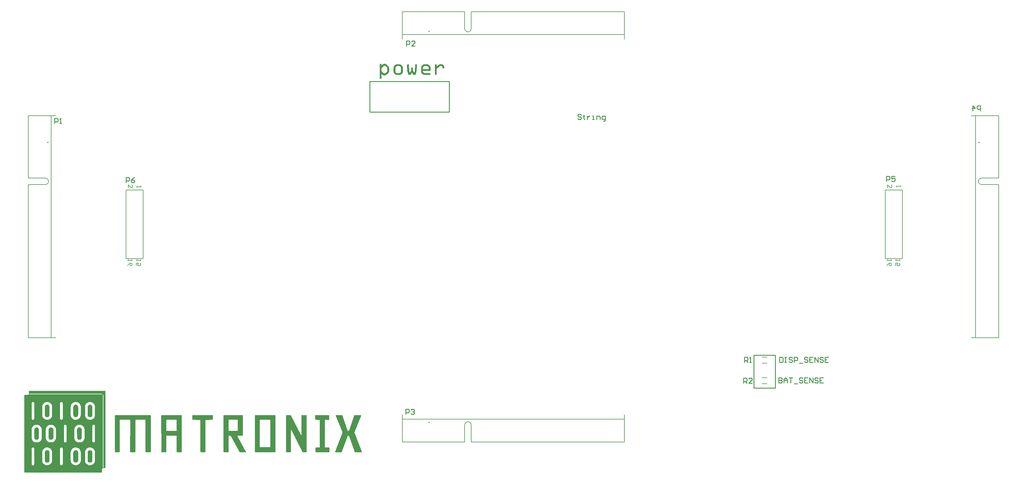
<source format=gto>
G04*
G04 #@! TF.GenerationSoftware,Altium Limited,Altium Designer,22.11.1 (43)*
G04*
G04 Layer_Color=65535*
%FSLAX25Y25*%
%MOIN*%
G70*
G04*
G04 #@! TF.SameCoordinates,5E32505C-E00D-4BFB-BC25-6037A3F64914*
G04*
G04*
G04 #@! TF.FilePolarity,Positive*
G04*
G01*
G75*
%ADD10C,0.00787*%
%ADD11C,0.00500*%
%ADD12C,0.01000*%
%ADD13C,0.00800*%
G36*
X148973Y118517D02*
X149007Y29303D01*
X149041Y29202D01*
X149007Y28763D01*
X148973Y28661D01*
X148855Y28509D01*
X148416Y28543D01*
X148247Y28611D01*
X147808Y28644D01*
X147706Y28611D01*
X147115Y28627D01*
X146794Y28611D01*
X146693Y28644D01*
X146507Y28695D01*
X146372Y28763D01*
X146440Y28796D01*
X146473Y28898D01*
X146507Y28931D01*
X146423Y29016D01*
X146338Y29033D01*
X146152Y28982D01*
X146085Y28948D01*
X146068Y28931D01*
X146119Y28881D01*
X146237Y28864D01*
X146271Y28796D01*
X146338Y28763D01*
X146152Y28712D01*
X146051Y28678D01*
X145848Y28475D01*
X145612Y28340D01*
X145494Y28222D01*
X145460Y28155D01*
X145392Y28087D01*
X145291Y27850D01*
X145257Y27715D01*
X145223Y27479D01*
X145190Y23932D01*
X145021Y23628D01*
X144936Y23543D01*
X144767Y23476D01*
X144632Y23442D01*
X55013Y23476D01*
X54709Y23645D01*
X54658Y23696D01*
X54624Y23763D01*
X54557Y23932D01*
X54523Y24067D01*
X54506Y24422D01*
X54523Y113078D01*
X54489Y113180D01*
X54523Y113315D01*
X54557Y113653D01*
X54776Y113940D01*
X54945Y114007D01*
X55080Y114041D01*
X55520Y114075D01*
X57377Y114041D01*
X58796Y114075D01*
X58898Y114109D01*
X59117Y114193D01*
X59320Y114328D01*
X59725Y114734D01*
X59793Y114902D01*
X59759Y115105D01*
X59725Y115207D01*
X59692Y115342D01*
X59658Y115882D01*
X59675Y118534D01*
X88861D01*
X148973Y118517D01*
D02*
G37*
G36*
X201400Y90310D02*
X201670Y90209D01*
X201789Y90125D01*
X201839Y90074D01*
X201941Y89837D01*
X201974Y89500D01*
X201941Y87439D01*
X201958Y47696D01*
X201924Y47561D01*
X201755Y47291D01*
X201687Y47257D01*
X201518Y47190D01*
X201383Y47156D01*
X201045Y47122D01*
X197279Y47139D01*
X196485Y47122D01*
X196384Y47156D01*
X196249Y47190D01*
X196012Y47359D01*
X195961Y47409D01*
X195928Y47477D01*
X195860Y47646D01*
X195826Y48017D01*
X195860Y48119D01*
X195877Y84483D01*
X195809Y84652D01*
X195725Y84770D01*
X195674Y84821D01*
X195438Y84922D01*
X195201Y84956D01*
X184392Y84922D01*
X184206Y84770D01*
X184105Y84534D01*
X184071Y84297D01*
X184105Y84061D01*
X184071Y47477D01*
X183902Y47240D01*
X183851Y47190D01*
X183665Y47139D01*
X178446Y47122D01*
X178277Y47190D01*
X178109Y47291D01*
X177990Y47409D01*
X177956Y47477D01*
X177889Y47646D01*
X177855Y48017D01*
X177889Y48119D01*
X177906Y84483D01*
X177838Y84652D01*
X177754Y84770D01*
X177703Y84821D01*
X177534Y84889D01*
X177264Y84956D01*
X166218Y84922D01*
X165981Y84787D01*
X165863Y84669D01*
X165796Y84500D01*
X165829Y83149D01*
X165796Y47544D01*
X165627Y47308D01*
X165407Y47190D01*
X165272Y47156D01*
X164934Y47122D01*
X160509Y47156D01*
X160273Y47291D01*
X160222Y47342D01*
X160120Y47578D01*
X160087Y47916D01*
X160120Y89905D01*
X160256Y90141D01*
X160374Y90260D01*
X160610Y90327D01*
X160965Y90344D01*
X183243Y90327D01*
X183277D01*
X201028Y90344D01*
X201400Y90310D01*
D02*
G37*
G36*
X409656D02*
X409825Y90243D01*
X409876Y90192D01*
X409943Y90158D01*
X410028Y90040D01*
X410095Y89871D01*
X410129Y89635D01*
X410146Y85429D01*
X410112Y85294D01*
X410044Y85125D01*
X409994Y85074D01*
X409960Y85007D01*
X409740Y84889D01*
X409504Y84821D01*
X405501Y84838D01*
X405366Y84804D01*
X405180Y84686D01*
X405129Y84635D01*
X405096Y84568D01*
X405028Y84399D01*
X404994Y84061D01*
X405028Y53051D01*
X405163Y52814D01*
X405214Y52763D01*
X405248D01*
X405484Y52662D01*
X405788Y52628D01*
X405890Y52662D01*
X410112Y52628D01*
X410349Y52460D01*
X410399Y52409D01*
X410467Y52240D01*
X410501Y52105D01*
X410484Y51142D01*
X410501Y47713D01*
X410467Y47612D01*
X410433Y47477D01*
X410365Y47409D01*
X410332Y47342D01*
X410213Y47223D01*
X409977Y47156D01*
X409740Y47122D01*
X394573Y47156D01*
X394337Y47325D01*
X394218Y47612D01*
X394185Y47848D01*
X394218Y52274D01*
X394354Y52510D01*
X394438Y52595D01*
X394708Y52662D01*
X398542Y52645D01*
X398863Y52696D01*
X399083Y52848D01*
X399117Y52916D01*
X399218Y53152D01*
X399184Y84466D01*
X398998Y84720D01*
X398931Y84754D01*
X398762Y84821D01*
X398424Y84855D01*
X397782Y84821D01*
X394066Y84855D01*
X393830Y85024D01*
X393779Y85074D01*
X393712Y85243D01*
X393678Y85480D01*
X393712Y89905D01*
X393847Y90141D01*
X393965Y90260D01*
X394201Y90327D01*
X409453Y90344D01*
X409656Y90310D01*
D02*
G37*
G36*
X251615Y90327D02*
X273656Y90344D01*
X273994Y90310D01*
X274129Y90277D01*
X274298Y90209D01*
X274467Y90040D01*
X274535Y89804D01*
X274568Y89567D01*
X274535Y85243D01*
X274366Y85007D01*
X274315Y84956D01*
X274096Y84872D01*
X273960Y84838D01*
X266714Y84821D01*
X266613Y84855D01*
X266579D01*
X266073Y84821D01*
X265853Y84669D01*
X265819Y84601D01*
X265718Y84365D01*
X265684Y83926D01*
X265701Y47764D01*
X265667Y47561D01*
X265600Y47392D01*
X265431Y47223D01*
X265262Y47156D01*
X264721Y47122D01*
X260364Y47156D01*
X260262Y47190D01*
X260093Y47291D01*
X259975Y47409D01*
X259942Y47477D01*
X259908Y47578D01*
X259874Y47713D01*
X259891Y83841D01*
X259840Y84466D01*
X259671Y84703D01*
X259621Y84754D01*
X259452Y84821D01*
X259215Y84855D01*
X258371Y84821D01*
X250973Y84855D01*
X250669Y85024D01*
X250618Y85074D01*
X250584Y85142D01*
X250517Y85311D01*
X250483Y85446D01*
X250517Y87101D01*
X250500Y89685D01*
X250534Y89888D01*
X250584Y90006D01*
X250736Y90192D01*
X250804Y90226D01*
X250973Y90294D01*
X251108Y90327D01*
X251513Y90361D01*
X251615Y90327D01*
D02*
G37*
G36*
X440210D02*
X447169Y90294D01*
X447389Y90141D01*
X447456Y89973D01*
X447423Y89770D01*
X447220Y89331D01*
X447152Y89162D01*
X447051Y88925D01*
X446983Y88756D01*
X446747Y88317D01*
X446646Y88081D01*
X446578Y87844D01*
X446510Y87574D01*
X446409Y87236D01*
X446274Y86932D01*
X446139Y86696D01*
X445970Y86324D01*
X445784Y85801D01*
X445463Y85176D01*
X445396Y85007D01*
X445345Y84821D01*
X445210Y84281D01*
X445041Y83909D01*
X444889Y83656D01*
X444788Y83419D01*
X444602Y82896D01*
X444517Y82710D01*
X444484Y82642D01*
X444348Y82406D01*
X444247Y82169D01*
X444146Y81832D01*
X444112Y81696D01*
X444061Y81511D01*
X444028Y81375D01*
X443926Y81105D01*
X443639Y80582D01*
X443487Y80159D01*
X443386Y79889D01*
X443234Y79602D01*
X443031Y79163D01*
X442997Y79028D01*
X442930Y78791D01*
X442862Y78521D01*
X442778Y78301D01*
X442710Y78132D01*
X442423Y77609D01*
X442372Y77423D01*
X442305Y77254D01*
X442203Y76984D01*
X441950Y76494D01*
X441815Y76190D01*
X441747Y75954D01*
X441714Y75819D01*
X441663Y75633D01*
X441629Y75498D01*
X441494Y75160D01*
X441207Y74603D01*
X441139Y74434D01*
X440987Y74011D01*
X440920Y73842D01*
X440869Y73792D01*
X440633Y73285D01*
X440531Y72947D01*
X440481Y72761D01*
X440413Y72491D01*
X440329Y72272D01*
X440126Y71900D01*
X439991Y71596D01*
X439923Y71427D01*
X439771Y71005D01*
X439518Y70515D01*
X439484Y70380D01*
X439518Y69941D01*
X439653Y69704D01*
X439856Y69265D01*
X439923Y69029D01*
X440058Y68691D01*
X440092Y68623D01*
X440261Y68319D01*
X440362Y68083D01*
X440464Y67745D01*
X440497Y67610D01*
X440548Y67390D01*
X440582Y67255D01*
X440633Y67070D01*
X441038Y66225D01*
X441258Y65600D01*
X441410Y65313D01*
X441545Y65009D01*
X441612Y64840D01*
X441680Y64604D01*
X441730Y64384D01*
X441798Y64114D01*
X441899Y63843D01*
X442220Y63185D01*
X442288Y63016D01*
X442474Y62492D01*
X442727Y62002D01*
X442795Y61834D01*
X442862Y61597D01*
X442997Y61057D01*
X443116Y60736D01*
X443217Y60533D01*
X443335Y60313D01*
X443436Y60077D01*
X443656Y59452D01*
X444044Y58624D01*
X444095Y58405D01*
X444129Y58236D01*
X444197Y57966D01*
X444332Y57594D01*
X444484Y57307D01*
X444619Y57003D01*
X444686Y56834D01*
X444737Y56648D01*
X444872Y56310D01*
X444923Y56192D01*
X445193Y55618D01*
X445261Y55381D01*
X445328Y55111D01*
X445379Y54892D01*
X445480Y54621D01*
X445548Y54453D01*
X445733Y54098D01*
X445835Y53861D01*
X446021Y53338D01*
X446088Y53169D01*
X446342Y52679D01*
X446409Y52510D01*
X446460Y52324D01*
X446595Y51784D01*
X446730Y51412D01*
X446814Y51260D01*
X447017Y50821D01*
X447085Y50652D01*
X447203Y50331D01*
X447237Y50196D01*
X447524Y49639D01*
X447591Y49470D01*
X447726Y48997D01*
X447777Y48777D01*
X447912Y48406D01*
X447980Y48237D01*
X448031Y48186D01*
X448233Y47747D01*
X448267Y47511D01*
X448115Y47223D01*
X448047Y47190D01*
X447879Y47122D01*
X440278Y47156D01*
X440041Y47325D01*
X439889Y47612D01*
X439771Y47933D01*
X439704Y48102D01*
X439552Y48355D01*
X439467Y48575D01*
X439433Y48710D01*
X439383Y48896D01*
X439332Y49115D01*
X439298Y49250D01*
X439264Y49419D01*
X439197Y49689D01*
X439028Y50061D01*
X438808Y50551D01*
X438707Y50922D01*
X438623Y51142D01*
X438555Y51311D01*
X438505Y51429D01*
X438268Y51936D01*
X438201Y52172D01*
X438167Y52307D01*
X438116Y52527D01*
X438082Y52696D01*
X438032Y52882D01*
X437947Y53101D01*
X437880Y53270D01*
X437677Y53676D01*
X437525Y54165D01*
X437373Y54588D01*
X437119Y55145D01*
X437052Y55314D01*
X436984Y55550D01*
X436917Y55821D01*
X436866Y56040D01*
X436799Y56310D01*
X436697Y56581D01*
X436410Y57206D01*
X436343Y57375D01*
X436309Y57510D01*
X436241Y57746D01*
X436174Y57915D01*
X435870Y58557D01*
X435802Y58793D01*
X435701Y59199D01*
X435650Y59418D01*
X435616Y59553D01*
X435566Y59739D01*
X435262Y60381D01*
X435194Y60550D01*
X435093Y60888D01*
X434907Y61411D01*
X434687Y61834D01*
X434586Y62171D01*
X434552Y62306D01*
X434502Y62526D01*
X434468Y62695D01*
X434400Y62965D01*
X434299Y63235D01*
X434012Y63860D01*
X433877Y64333D01*
X433809Y64502D01*
X433471Y65245D01*
X433370Y65583D01*
X433319Y65803D01*
X433235Y66022D01*
X433083Y66208D01*
X432981Y66309D01*
X432846Y66343D01*
X432745Y66377D01*
X432509Y66411D01*
X431900Y66377D01*
X431664Y66208D01*
X431512Y65955D01*
X431394Y65634D01*
X431326Y65465D01*
X431039Y64840D01*
X430971Y64604D01*
X430938Y64468D01*
X430887Y64249D01*
X430853Y64080D01*
X430786Y63810D01*
X430684Y63539D01*
X430397Y62915D01*
X430296Y62577D01*
X430144Y62154D01*
X429823Y61462D01*
X429688Y60921D01*
X429637Y60702D01*
X429603Y60533D01*
X429519Y60313D01*
X429451Y60145D01*
X429215Y59638D01*
X429114Y59300D01*
X428945Y58827D01*
X428674Y58253D01*
X428607Y58084D01*
X428556Y57898D01*
X428455Y57391D01*
X428421Y57256D01*
X428370Y57070D01*
X428066Y56429D01*
X427898Y55888D01*
X427779Y55567D01*
X427712Y55398D01*
X427492Y54976D01*
X427424Y54807D01*
X427374Y54621D01*
X427340Y54486D01*
X427306Y54317D01*
X427273Y54182D01*
X427239Y54013D01*
X427188Y53828D01*
X427070Y53507D01*
X426884Y53152D01*
X426817Y52983D01*
X426681Y52544D01*
X426597Y52324D01*
X426580Y52307D01*
Y52274D01*
X426512Y52105D01*
X426479Y52037D01*
X426242Y51530D01*
X426141Y51193D01*
X426090Y50973D01*
X426056Y50804D01*
X425989Y50534D01*
X425854Y50162D01*
X425567Y49538D01*
X425499Y49301D01*
X425465Y49166D01*
X425347Y48845D01*
X425094Y48355D01*
X425026Y48186D01*
X424959Y47950D01*
X424908Y47730D01*
X424874Y47595D01*
X424705Y47325D01*
X424503Y47190D01*
X424030Y47122D01*
X417274Y47156D01*
X417037Y47291D01*
X416986Y47342D01*
X416919Y47511D01*
X416969Y47764D01*
X417240Y48507D01*
X417527Y49098D01*
X417594Y49267D01*
X417763Y49943D01*
X417915Y50365D01*
X418067Y50618D01*
X418101Y50686D01*
X418236Y50990D01*
X418456Y51615D01*
X418506Y51733D01*
X418777Y52307D01*
X418844Y52544D01*
X418895Y52763D01*
X418963Y53034D01*
X419098Y53405D01*
X419385Y53929D01*
X419419Y54064D01*
X419452Y54165D01*
X419638Y54689D01*
X419892Y55179D01*
X419959Y55348D01*
X420060Y55753D01*
X420111Y55973D01*
X420162Y56158D01*
X420246Y56378D01*
X420314Y56547D01*
X420567Y57037D01*
X420652Y57256D01*
X420702Y57442D01*
X420787Y57662D01*
X420854Y57831D01*
X421108Y58320D01*
X421175Y58489D01*
X421226Y58675D01*
X421293Y58945D01*
X421327Y59114D01*
X421479Y59536D01*
X421851Y60313D01*
X422037Y60837D01*
X422104Y61006D01*
X422256Y61293D01*
X422358Y61529D01*
X422391Y61665D01*
X422493Y62002D01*
X422543Y62188D01*
X422577Y62323D01*
X422712Y62695D01*
X422965Y63185D01*
X423033Y63354D01*
X423219Y63877D01*
X423286Y64046D01*
X423607Y64739D01*
X423658Y64958D01*
X423692Y65093D01*
X423726Y65262D01*
X423776Y65448D01*
X423861Y65668D01*
X423928Y65837D01*
X424215Y66360D01*
X424266Y66546D01*
X424351Y66833D01*
X424418Y67002D01*
X424756Y67711D01*
X424823Y67948D01*
X424959Y68488D01*
X425111Y68910D01*
X425161Y68961D01*
X425431Y69535D01*
X425567Y69975D01*
X425600Y70211D01*
X425567Y70583D01*
X425499Y70752D01*
X425381Y71072D01*
X425026Y71731D01*
X424959Y71900D01*
X424908Y72120D01*
X424874Y72255D01*
X424840Y72424D01*
X424790Y72609D01*
X424351Y73522D01*
X424317Y73657D01*
X424249Y73826D01*
X424165Y74045D01*
X424013Y74299D01*
X423979Y74366D01*
X423810Y74738D01*
X423675Y75210D01*
X423624Y75430D01*
X423523Y75700D01*
X423371Y75987D01*
X423168Y76427D01*
X422982Y76950D01*
X422628Y77609D01*
X422560Y77845D01*
X422459Y78251D01*
X422391Y78420D01*
X422358Y78555D01*
X422121Y78994D01*
X421986Y79298D01*
X421868Y79619D01*
X421766Y79889D01*
X421716Y79940D01*
X421378Y80649D01*
X421243Y81190D01*
X421091Y81612D01*
X420804Y82135D01*
X420652Y82558D01*
X420550Y82828D01*
X420263Y83352D01*
X420195Y83521D01*
X420128Y83757D01*
X420027Y84162D01*
X419959Y84331D01*
X419875Y84551D01*
X419655Y84973D01*
X419554Y85210D01*
X419368Y85733D01*
X419216Y86020D01*
X419081Y86223D01*
X419047Y86358D01*
X418979Y86527D01*
X418946Y86662D01*
X418878Y86898D01*
X418827Y87084D01*
X418692Y87456D01*
X418473Y87878D01*
X418338Y88216D01*
X418219Y88537D01*
X418152Y88706D01*
X418101Y88756D01*
X417763Y89466D01*
X417696Y89736D01*
X417730Y90074D01*
X417797Y90141D01*
X417814Y90192D01*
X417882Y90226D01*
X418118Y90327D01*
X418355Y90361D01*
X418895Y90327D01*
X425060Y90344D01*
X425195Y90310D01*
X425398Y90175D01*
X425465Y90108D01*
X425499Y90040D01*
X425904Y89196D01*
X426006Y88858D01*
X426040Y88723D01*
X426073Y88486D01*
X426141Y88216D01*
X426192Y87996D01*
X426225Y87861D01*
X426293Y87692D01*
X426546Y87135D01*
X426614Y86966D01*
X426681Y86730D01*
X426783Y86392D01*
X426901Y86071D01*
X427070Y85699D01*
X427120Y85547D01*
X427188Y85378D01*
X427239Y85159D01*
X427273Y85024D01*
X427340Y84686D01*
X427441Y84281D01*
X427543Y84010D01*
X427729Y83622D01*
X427796Y83453D01*
X427898Y83115D01*
X427931Y82980D01*
X428083Y82558D01*
X428201Y82271D01*
X428235Y82203D01*
X428337Y81967D01*
X428404Y81730D01*
X428472Y81460D01*
X428522Y81207D01*
X428556Y81004D01*
X428607Y80818D01*
X428725Y80497D01*
X428793Y80328D01*
X429012Y79838D01*
X429080Y79602D01*
X429114Y79467D01*
X429215Y79129D01*
X429316Y78893D01*
X429519Y78453D01*
X429620Y78116D01*
X429806Y77254D01*
X429840Y77119D01*
X429907Y76950D01*
X430093Y76562D01*
X430228Y76224D01*
X430279Y76038D01*
X430346Y75768D01*
X430482Y75396D01*
X430549Y75227D01*
X430735Y74805D01*
X430803Y74569D01*
X430853Y74349D01*
X430887Y74180D01*
X430921Y74045D01*
X430955Y73876D01*
X431022Y73606D01*
X431123Y73336D01*
X431191Y73167D01*
X431242Y73116D01*
X431276Y72981D01*
X431411Y72677D01*
X431444Y72542D01*
X431512Y72373D01*
X431681Y72069D01*
X431799Y71951D01*
X431968Y71883D01*
X432103Y71849D01*
X432812Y71883D01*
X433049Y72018D01*
X433201Y72170D01*
X433268Y72339D01*
X433319Y72525D01*
X433353Y72728D01*
X433454Y73099D01*
X433590Y73437D01*
X433843Y73994D01*
X433910Y74265D01*
X433978Y74501D01*
X434096Y74822D01*
X434214Y75075D01*
X434349Y75379D01*
X434417Y75616D01*
X434485Y75886D01*
X434535Y76173D01*
X434569Y76376D01*
X434637Y76646D01*
X434738Y76916D01*
X434991Y77474D01*
X435093Y77812D01*
X435160Y78048D01*
X435312Y78470D01*
X435498Y78859D01*
X435566Y79028D01*
X435599Y79163D01*
X435650Y79349D01*
X435684Y79551D01*
X435718Y79686D01*
X435785Y80024D01*
X435819Y80159D01*
X435920Y80430D01*
X435988Y80598D01*
X436174Y80987D01*
X436275Y81325D01*
X436309Y81460D01*
X436495Y81984D01*
X436663Y82355D01*
X436782Y82642D01*
X436883Y83048D01*
X436951Y83453D01*
X437018Y83723D01*
X437103Y83943D01*
X437170Y84112D01*
X437255Y84297D01*
X437390Y84601D01*
X437525Y85041D01*
X437559Y85176D01*
X437711Y85598D01*
X437964Y86155D01*
X438032Y86392D01*
X438065Y86527D01*
X438116Y86747D01*
X438150Y86949D01*
X438184Y87084D01*
X438217Y87253D01*
X438251Y87388D01*
X438386Y87726D01*
X438606Y88216D01*
X438673Y88385D01*
X438707Y88520D01*
X438808Y88892D01*
X438893Y89111D01*
X438961Y89280D01*
X439146Y89669D01*
X439214Y89837D01*
X439349Y90074D01*
X439535Y90260D01*
X439771Y90327D01*
X440109Y90361D01*
X440210Y90327D01*
D02*
G37*
G36*
X287861D02*
X308551Y90344D01*
X308856Y90310D01*
X308991Y90277D01*
X309159Y90209D01*
X309362Y90006D01*
X309430Y89736D01*
X309396Y66833D01*
X309295Y66664D01*
X309143Y66512D01*
X308974Y66444D01*
X308737Y66411D01*
X308197Y66377D01*
X308062Y66411D01*
X303552Y66428D01*
X303383Y66394D01*
X303265Y66343D01*
X303147Y66225D01*
X303079Y65988D01*
X303113Y65752D01*
X303282Y65448D01*
X303451Y65178D01*
X303552Y64941D01*
X303636Y64722D01*
X303788Y64435D01*
X304194Y63860D01*
X304329Y63556D01*
X304565Y63117D01*
X304734Y62746D01*
X304802Y62577D01*
X305005Y62205D01*
X305156Y62019D01*
X305292Y61817D01*
X305596Y61209D01*
X305883Y60685D01*
X305917Y60550D01*
X306052Y60246D01*
X306187Y60009D01*
X306339Y59824D01*
X306389Y59773D01*
X306423Y59705D01*
X306558Y59503D01*
X307166Y58253D01*
X307403Y57814D01*
X307741Y57341D01*
X307774Y57273D01*
X308011Y56766D01*
X308180Y56462D01*
X308383Y56023D01*
X308619Y55584D01*
X308686Y55517D01*
X308720Y55449D01*
X308788Y55381D01*
X308822Y55314D01*
X308889Y55246D01*
X309092Y54807D01*
X309565Y53828D01*
X309632Y53659D01*
X309801Y53355D01*
X309903Y53253D01*
X309936Y53186D01*
X310038Y53084D01*
X310071Y53017D01*
X310544Y52105D01*
X310747Y51666D01*
X310832Y51446D01*
X311034Y51108D01*
X311119Y50990D01*
X311186Y50922D01*
X311220Y50855D01*
X311355Y50652D01*
X311794Y49808D01*
X311963Y49436D01*
X312048Y49216D01*
X312217Y48946D01*
X312301Y48828D01*
X312369Y48761D01*
X312402Y48693D01*
X312470Y48625D01*
X312504Y48558D01*
X312740Y48119D01*
X312977Y47612D01*
X312943Y47376D01*
X312858Y47257D01*
X312689Y47190D01*
X312554Y47156D01*
X312014Y47122D01*
X305967Y47156D01*
X305663Y47325D01*
X305545Y47443D01*
X305511Y47511D01*
X305376Y47747D01*
X305207Y48051D01*
X305140Y48119D01*
X305106Y48186D01*
X305005Y48288D01*
X304971Y48355D01*
X304802Y48625D01*
X304768Y48761D01*
X304667Y48997D01*
X304464Y49369D01*
X304059Y50146D01*
X303991Y50213D01*
X303957Y50281D01*
X303890Y50348D01*
X303856Y50416D01*
X303788Y50483D01*
X303755Y50551D01*
X303586Y50922D01*
X303451Y51227D01*
X303214Y51666D01*
X302842Y52375D01*
X302741Y52476D01*
X302707Y52544D01*
X302640Y52612D01*
X302606Y52679D01*
X302538Y52747D01*
X302370Y53118D01*
X302285Y53338D01*
X302133Y53625D01*
X301998Y53828D01*
X301964Y53963D01*
X301762Y54334D01*
X301542Y54655D01*
X301289Y55010D01*
X301221Y55179D01*
X301120Y55415D01*
X300478Y56665D01*
X300241Y56969D01*
X300106Y57172D01*
X300005Y57408D01*
X299937Y57577D01*
X299329Y58827D01*
X299093Y59131D01*
X298856Y59469D01*
X298789Y59638D01*
X298704Y59857D01*
X298637Y60026D01*
X298502Y60229D01*
X298232Y60769D01*
X298012Y61158D01*
X297674Y61631D01*
X297539Y61935D01*
X297455Y62154D01*
X297303Y62441D01*
X296863Y63286D01*
X296711Y63472D01*
X296661Y63522D01*
X296627Y63590D01*
X296559Y63658D01*
X296526Y63725D01*
X296357Y64097D01*
X295647Y65482D01*
X295495Y65668D01*
X295411Y65786D01*
X295090Y66208D01*
X294989Y66309D01*
X294820Y66377D01*
X294685Y66411D01*
X293097Y66377D01*
X292860Y66208D01*
X292776Y66124D01*
X292675Y65786D01*
X292708Y61394D01*
Y56530D01*
Y56496D01*
X292742Y52105D01*
X292708Y47511D01*
X292523Y47257D01*
X292354Y47190D01*
X292219Y47156D01*
X291779Y47122D01*
X287219Y47156D01*
X286983Y47325D01*
X286864Y47544D01*
X286831Y47781D01*
X286864Y89939D01*
X287050Y90226D01*
X287287Y90327D01*
X287625Y90361D01*
X287861Y90327D01*
D02*
G37*
G36*
X365032Y90344D02*
X365201Y90277D01*
X365336Y90141D01*
X365370Y90074D01*
X365505Y89871D01*
X365539Y89736D01*
X365674Y89500D01*
X365809Y89297D01*
X365978Y88925D01*
X366046Y88756D01*
X366130Y88537D01*
X366198Y88368D01*
X366248Y88317D01*
X366282Y88250D01*
X366518Y87912D01*
X366552Y87844D01*
X366958Y87067D01*
X367194Y86561D01*
X367262Y86392D01*
X367566Y85818D01*
X367735Y85581D01*
X367768Y85514D01*
X368275Y84534D01*
X368376Y84297D01*
X368461Y84078D01*
X368562Y83808D01*
X368613Y83757D01*
X368748Y83521D01*
X368917Y83284D01*
X368951Y83217D01*
X369221Y82642D01*
X369255Y82575D01*
X369390Y82372D01*
X369559Y82000D01*
X369626Y81832D01*
X369728Y81561D01*
X369897Y81257D01*
X369964Y81190D01*
X369998Y81122D01*
X370133Y80919D01*
X370370Y80413D01*
X370403Y80345D01*
X370572Y80075D01*
X370606Y80007D01*
X370775Y79636D01*
X370842Y79467D01*
X370876Y79332D01*
X371079Y78960D01*
X371146Y78893D01*
X371180Y78825D01*
X371349Y78589D01*
X371450Y78352D01*
X371484Y78285D01*
X371788Y77710D01*
X372025Y77204D01*
X372109Y76984D01*
X372177Y76815D01*
X372227Y76764D01*
X372329Y76595D01*
X372548Y76275D01*
X372599Y76156D01*
X373038Y75312D01*
X373241Y74873D01*
X373393Y74450D01*
X373477Y74332D01*
X373714Y73994D01*
X373747Y73927D01*
X374187Y73082D01*
X374389Y72643D01*
X374474Y72424D01*
X374575Y72153D01*
X374626Y72103D01*
X374727Y71934D01*
X374964Y71596D01*
X375065Y71360D01*
X375335Y70853D01*
X375606Y70279D01*
X375690Y70059D01*
X375758Y69890D01*
X375960Y69552D01*
X376011Y69502D01*
X376045Y69434D01*
X376180Y69231D01*
X376281Y68995D01*
X376720Y68083D01*
X376805Y67863D01*
X376906Y67593D01*
X377041Y67390D01*
X377109Y67323D01*
X377311Y67255D01*
X377497Y67340D01*
X377531Y67407D01*
X377599Y67576D01*
X377632Y67813D01*
X377599Y71495D01*
X377632Y89905D01*
X377734Y90074D01*
X377818Y90192D01*
X377886Y90226D01*
X378054Y90294D01*
X378291Y90327D01*
X383037Y90344D01*
X383206Y90310D01*
X383375Y90243D01*
X383426Y90192D01*
X383493Y90158D01*
X383544Y90108D01*
X383578Y90040D01*
X383645Y89871D01*
X383679Y89736D01*
X383645Y47511D01*
X383578Y47443D01*
X383544Y47376D01*
X383392Y47223D01*
X383155Y47156D01*
X383020Y47122D01*
X379473Y47156D01*
X379102Y47359D01*
X378916Y47544D01*
X378882Y47612D01*
X378443Y48456D01*
X378375Y48524D01*
X378342Y48592D01*
X378274Y48659D01*
X378139Y48963D01*
X378054Y49183D01*
X377953Y49453D01*
X377531Y50281D01*
X377294Y50720D01*
X377126Y50956D01*
X377092Y51024D01*
X376957Y51227D01*
X376906Y51412D01*
X376821Y51632D01*
X376754Y51801D01*
X376078Y53118D01*
X375909Y53355D01*
X375673Y53861D01*
X375589Y54081D01*
X375521Y54250D01*
X375065Y55145D01*
X374829Y55584D01*
X374727Y55686D01*
X374693Y55753D01*
X374524Y56023D01*
X374474Y56209D01*
X374457Y56260D01*
Y56293D01*
X374389Y56462D01*
X373781Y57712D01*
X373494Y58135D01*
X373342Y58388D01*
X373291Y58574D01*
X373190Y58844D01*
X373106Y59030D01*
X372869Y59469D01*
X372599Y60043D01*
X372565Y60111D01*
X372396Y60347D01*
X372362Y60415D01*
X372194Y60651D01*
X372059Y60989D01*
X372025Y61124D01*
X371923Y61361D01*
X371890Y61428D01*
X371687Y61800D01*
X371214Y62712D01*
X371045Y62948D01*
X371011Y63016D01*
X370842Y63387D01*
X370724Y63708D01*
X370640Y63894D01*
X370606Y63962D01*
X370471Y64164D01*
X370302Y64536D01*
X369998Y65110D01*
X369930Y65178D01*
X369897Y65245D01*
X369829Y65313D01*
X369694Y65617D01*
X369576Y65938D01*
X369508Y66107D01*
X369153Y66799D01*
X369018Y67103D01*
X368849Y67407D01*
X368681Y67644D01*
X368647Y67711D01*
X368545Y67880D01*
X368478Y68049D01*
X368326Y68471D01*
X367937Y69198D01*
X367870Y69367D01*
X367633Y69806D01*
X367566Y69873D01*
X367532Y69941D01*
X367464Y70008D01*
X367262Y70447D01*
X367144Y70768D01*
X367093Y70887D01*
X366924Y71191D01*
X366654Y71765D01*
X366620Y71833D01*
X366350Y72339D01*
X366181Y72609D01*
X366147Y72745D01*
X366046Y72981D01*
X365877Y73285D01*
X365826Y73336D01*
X365657Y73302D01*
X365539Y73184D01*
X365471Y72947D01*
X365438Y72711D01*
X365471Y68927D01*
X365438Y47511D01*
X365302Y47274D01*
X365218Y47190D01*
X364982Y47122D01*
X364846Y47088D01*
X364407Y47122D01*
X364272Y47156D01*
X363934Y47122D01*
X360219Y47156D01*
X359914Y47325D01*
X359763Y47477D01*
X359695Y47747D01*
X359712Y48473D01*
X359695Y89736D01*
X359729Y89837D01*
X359763Y89973D01*
X359914Y90158D01*
X359982Y90226D01*
X360151Y90294D01*
X360421Y90361D01*
X364897Y90378D01*
X365032Y90344D01*
D02*
G37*
G36*
X325087Y90327D02*
X346943Y90294D01*
X347179Y90125D01*
X347230Y90074D01*
X347298Y89905D01*
X347331Y89770D01*
X347298Y47511D01*
X347146Y47291D01*
X347078Y47257D01*
X346842Y47156D01*
X346301Y47122D01*
X324563Y47139D01*
X324124Y47105D01*
X324006Y47088D01*
X323905Y47122D01*
X323702Y47156D01*
X323634Y47223D01*
X323567Y47257D01*
X323482Y47342D01*
X323415Y47511D01*
X323381Y47646D01*
Y73454D01*
Y73488D01*
X323415Y89973D01*
X323584Y90209D01*
X323668Y90294D01*
X323938Y90361D01*
X325087Y90327D01*
D02*
G37*
G36*
X237849Y90310D02*
X238035Y90192D01*
X238119Y90108D01*
X238187Y89939D01*
X238221Y89702D01*
X238187Y47477D01*
X238035Y47257D01*
X237967Y47223D01*
X237731Y47122D01*
X236734Y47139D01*
X232664Y47122D01*
X232360Y47291D01*
X232309Y47342D01*
X232208Y47578D01*
X232174Y48119D01*
X232208Y48558D01*
Y58895D01*
Y58928D01*
X232174Y65988D01*
X232039Y66225D01*
X231921Y66343D01*
X231752Y66411D01*
X231448Y66444D01*
X231346Y66411D01*
X220402Y66377D01*
X220165Y66208D01*
X220047Y65921D01*
X220013Y65684D01*
X220030Y64958D01*
X220013Y48456D01*
X220047Y48355D01*
X220013Y47578D01*
X219878Y47342D01*
X219760Y47223D01*
X219523Y47156D01*
X218983Y47122D01*
X214659Y47156D01*
X214422Y47291D01*
X214304Y47409D01*
X214237Y47646D01*
X214203Y47882D01*
X214237Y48727D01*
X214220Y89685D01*
X214270Y89973D01*
X214439Y90209D01*
X214625Y90294D01*
X214862Y90327D01*
X237714Y90344D01*
X237849Y90310D01*
D02*
G37*
G36*
X475250Y500204D02*
X475531Y500153D01*
X475862Y500051D01*
X476219Y499898D01*
X476602Y499668D01*
X476959Y499388D01*
X478796Y497806D01*
X478821D01*
X478847Y497755D01*
X478974Y497627D01*
X479178Y497398D01*
X479408Y497092D01*
X479612Y496709D01*
X479816Y496275D01*
X479944Y495765D01*
X479995Y495485D01*
Y495179D01*
Y491786D01*
Y491760D01*
Y491709D01*
Y491633D01*
X479969Y491505D01*
X479944Y491377D01*
X479918Y491224D01*
X479842Y490842D01*
X479689Y490408D01*
X479459Y489949D01*
X479306Y489719D01*
X479128Y489490D01*
X478923Y489260D01*
X478694Y489056D01*
X476908Y487526D01*
X476857Y487500D01*
X476755Y487398D01*
X476551Y487270D01*
X476296Y487143D01*
X475990Y486990D01*
X475607Y486862D01*
X475173Y486760D01*
X474689Y486735D01*
X474153D01*
X474000Y486760D01*
X473745Y486786D01*
X473464Y486837D01*
X473133Y486939D01*
X472776Y487092D01*
X472393Y487321D01*
X472061Y487602D01*
X471219Y488469D01*
Y483622D01*
Y483597D01*
Y483546D01*
X471194Y483469D01*
X471168Y483342D01*
X471092Y483087D01*
X470990Y482959D01*
X470888Y482832D01*
X470862Y482806D01*
X470837Y482781D01*
X470760Y482730D01*
X470658Y482679D01*
X470429Y482551D01*
X470275Y482525D01*
X470122Y482500D01*
X470046D01*
X469969Y482525D01*
X469842Y482551D01*
X469587Y482653D01*
X469459Y482730D01*
X469332Y482832D01*
X469306Y482857D01*
X469281Y482883D01*
X469230Y482959D01*
X469179Y483061D01*
X469051Y483316D01*
X469026Y483469D01*
X469000Y483622D01*
Y499158D01*
Y499184D01*
Y499235D01*
X469026Y499311D01*
X469051Y499413D01*
X469128Y499668D01*
X469204Y499796D01*
X469306Y499923D01*
X469332Y499949D01*
X469357Y499974D01*
X469434Y500025D01*
X469536Y500102D01*
X469791Y500204D01*
X469944Y500229D01*
X470122Y500255D01*
X470199D01*
X470275Y500229D01*
X470377Y500204D01*
X470633Y500127D01*
X470760Y500025D01*
X470888Y499923D01*
X470913Y499898D01*
X470939Y499872D01*
X471066Y499719D01*
X471168Y499490D01*
X471194Y499337D01*
X471219Y499184D01*
Y498495D01*
X471245Y498520D01*
X471296Y498571D01*
X471372Y498648D01*
X471500Y498775D01*
X471628Y498903D01*
X471806Y499056D01*
X472214Y499388D01*
X472673Y499694D01*
X473209Y499974D01*
X473464Y500102D01*
X473770Y500178D01*
X474051Y500229D01*
X474332Y500255D01*
X475046D01*
X475250Y500204D01*
D02*
G37*
G36*
X541295Y499745D02*
X541550Y499719D01*
X541857Y499643D01*
X542239Y499541D01*
X542622Y499362D01*
X543005Y499132D01*
X543387Y498801D01*
X543438Y498750D01*
X543540Y498622D01*
X543693Y498418D01*
X543872Y498138D01*
X544050Y497806D01*
X544204Y497423D01*
X544306Y496964D01*
X544356Y496480D01*
Y495893D01*
Y495867D01*
Y495816D01*
X544331Y495740D01*
X544306Y495612D01*
X544229Y495357D01*
X544127Y495229D01*
X544025Y495102D01*
X543999D01*
X543974Y495051D01*
X543897Y495000D01*
X543795Y494949D01*
X543566Y494847D01*
X543413Y494821D01*
X543260Y494796D01*
X543183D01*
X543107Y494821D01*
X542979Y494847D01*
X542724Y494923D01*
X542596Y495000D01*
X542469Y495102D01*
Y495127D01*
X542418Y495153D01*
X542316Y495306D01*
X542214Y495561D01*
X542188Y495714D01*
X542163Y495867D01*
Y496480D01*
Y496505D01*
Y496556D01*
X542137Y496632D01*
X542112Y496760D01*
X542035Y496990D01*
X541933Y497117D01*
X541831Y497245D01*
X541806Y497270D01*
X541780Y497296D01*
X541627Y497423D01*
X541372Y497525D01*
X541219Y497551D01*
X541066Y497576D01*
X539561D01*
X539459Y497551D01*
X539357Y497525D01*
X539204Y497449D01*
X539025Y497372D01*
X538846Y497245D01*
X538642Y497092D01*
X535556Y494413D01*
Y488291D01*
Y488265D01*
Y488214D01*
X535530Y488138D01*
X535505Y488036D01*
X535428Y487781D01*
X535326Y487653D01*
X535224Y487526D01*
X535198D01*
X535173Y487474D01*
X535096Y487423D01*
X534994Y487372D01*
X534765Y487270D01*
X534612Y487245D01*
X534459Y487219D01*
X534382D01*
X534306Y487245D01*
X534178Y487270D01*
X533923Y487347D01*
X533795Y487423D01*
X533668Y487526D01*
Y487551D01*
X533617Y487576D01*
X533515Y487730D01*
X533413Y487985D01*
X533387Y488138D01*
X533362Y488291D01*
Y498648D01*
Y498673D01*
Y498724D01*
X533387Y498801D01*
X533413Y498928D01*
X533489Y499184D01*
X533566Y499311D01*
X533668Y499439D01*
X533693Y499464D01*
X533719Y499490D01*
X533795Y499541D01*
X533897Y499617D01*
X534153Y499719D01*
X534306Y499745D01*
X534459Y499770D01*
X534535D01*
X534612Y499745D01*
X534714Y499719D01*
X534969Y499643D01*
X535096Y499541D01*
X535224Y499439D01*
X535250Y499413D01*
X535275Y499388D01*
X535326Y499311D01*
X535402Y499209D01*
X535505Y498954D01*
X535530Y498826D01*
X535556Y498648D01*
Y497321D01*
X537316Y498826D01*
X537341D01*
X537367Y498877D01*
X537494Y498980D01*
X537724Y499132D01*
X538005Y499311D01*
X538336Y499464D01*
X538693Y499617D01*
X539076Y499719D01*
X539484Y499770D01*
X541193D01*
X541295Y499745D01*
D02*
G37*
G36*
X511500D02*
X511602Y499719D01*
X511857Y499643D01*
X511984Y499541D01*
X512112Y499439D01*
X512137Y499413D01*
X512163Y499388D01*
X512290Y499235D01*
X512393Y498980D01*
X512418Y498826D01*
X512443Y498673D01*
X512214Y491862D01*
X511015Y488010D01*
Y487985D01*
X510964Y487883D01*
X510887Y487755D01*
X510785Y487628D01*
X510658Y487474D01*
X510479Y487347D01*
X510250Y487245D01*
X509995Y487219D01*
X508719D01*
X508617Y487245D01*
X508490Y487296D01*
X508336Y487372D01*
X508183Y487474D01*
X508030Y487602D01*
X507877Y487806D01*
X506653Y489898D01*
X505479Y487832D01*
X505454Y487806D01*
X505403Y487730D01*
X505326Y487628D01*
X505199Y487526D01*
X505071Y487423D01*
X504893Y487321D01*
X504714Y487245D01*
X504510Y487219D01*
X503311D01*
X503132Y487245D01*
X502903Y487296D01*
X502673Y487423D01*
X502622Y487474D01*
X502520Y487576D01*
X502393Y487730D01*
X502290Y487934D01*
X501143Y491939D01*
X500887Y498673D01*
Y498699D01*
Y498750D01*
Y498826D01*
X500913Y498928D01*
X501015Y499158D01*
X501092Y499286D01*
X501194Y499413D01*
X501219Y499439D01*
X501270Y499464D01*
X501321Y499515D01*
X501423Y499592D01*
X501678Y499719D01*
X501831Y499745D01*
X502010Y499770D01*
X502086D01*
X502163Y499745D01*
X502265D01*
X502495Y499643D01*
X502597Y499566D01*
X502724Y499464D01*
X502750Y499439D01*
X502775Y499413D01*
X502826Y499337D01*
X502903Y499260D01*
X503005Y499005D01*
X503056Y498852D01*
X503081Y498673D01*
X503336Y492270D01*
X504051Y489821D01*
X505581Y492423D01*
Y494923D01*
Y494949D01*
Y495000D01*
X505607Y495076D01*
X505632Y495204D01*
X505709Y495434D01*
X505785Y495561D01*
X505888Y495689D01*
X505913Y495714D01*
X505938Y495740D01*
X506015Y495791D01*
X506117Y495867D01*
X506372Y495969D01*
X506525Y495995D01*
X506704Y496020D01*
X506780D01*
X506857Y495995D01*
X506959Y495969D01*
X507214Y495893D01*
X507341Y495791D01*
X507469Y495689D01*
X507495Y495663D01*
X507520Y495638D01*
X507648Y495485D01*
X507750Y495229D01*
X507775Y495076D01*
X507801Y494923D01*
Y492321D01*
X509255Y489821D01*
X510020Y492296D01*
X510250Y498673D01*
Y498699D01*
Y498750D01*
X510275Y498826D01*
X510301Y498928D01*
X510403Y499184D01*
X510479Y499311D01*
X510581Y499439D01*
X510607Y499464D01*
X510632Y499490D01*
X510709Y499541D01*
X510811Y499617D01*
X511040Y499719D01*
X511194Y499745D01*
X511347Y499770D01*
X511423D01*
X511500Y499745D01*
D02*
G37*
G36*
X524586D02*
X524816Y499719D01*
X525097Y499643D01*
X525428Y499541D01*
X525811Y499362D01*
X526193Y499132D01*
X526576Y498801D01*
X527392Y498010D01*
X527443Y497985D01*
X527545Y497857D01*
X527673Y497678D01*
X527852Y497423D01*
X528005Y497092D01*
X528158Y496684D01*
X528260Y496199D01*
X528285Y495638D01*
Y492985D01*
Y492959D01*
Y492908D01*
X528260Y492832D01*
X528234Y492730D01*
X528158Y492474D01*
X528056Y492347D01*
X527954Y492219D01*
X527928D01*
X527903Y492168D01*
X527826Y492117D01*
X527724Y492066D01*
X527494Y491964D01*
X527341Y491939D01*
X527188Y491913D01*
X519484D01*
Y491275D01*
Y491250D01*
Y491173D01*
X519510Y491071D01*
X519535Y490944D01*
X519586Y490791D01*
X519688Y490638D01*
X519790Y490485D01*
X519944Y490332D01*
X520581Y489796D01*
X520607Y489770D01*
X520683Y489745D01*
X520785Y489668D01*
X520913Y489617D01*
X521219Y489464D01*
X521397Y489439D01*
X521576Y489413D01*
X527265D01*
X527341Y489388D01*
X527443Y489362D01*
X527699Y489286D01*
X527826Y489184D01*
X527954Y489082D01*
X527979Y489056D01*
X528005Y489031D01*
X528056Y488954D01*
X528132Y488852D01*
X528234Y488622D01*
X528260Y488469D01*
X528285Y488316D01*
Y488291D01*
Y488240D01*
X528260Y488163D01*
X528234Y488036D01*
X528158Y487781D01*
X528056Y487653D01*
X527954Y487526D01*
X527928D01*
X527903Y487474D01*
X527826Y487423D01*
X527724Y487372D01*
X527494Y487270D01*
X527341Y487245D01*
X527188Y487219D01*
X521321D01*
X521219Y487245D01*
X521066D01*
X520887Y487270D01*
X520683Y487321D01*
X520224Y487449D01*
X520199D01*
X520122Y487500D01*
X519994Y487526D01*
X519867Y487602D01*
X519561Y487755D01*
X519408Y487857D01*
X519280Y487959D01*
X518311Y488801D01*
X518285Y488827D01*
X518234Y488877D01*
X518158Y488954D01*
X518056Y489056D01*
X517928Y489209D01*
X517801Y489362D01*
X517673Y489566D01*
X517546Y489796D01*
Y489821D01*
X517494Y489898D01*
X517469Y490026D01*
X517418Y490204D01*
X517367Y490383D01*
X517316Y490587D01*
X517290Y490816D01*
X517265Y491020D01*
Y496020D01*
Y496046D01*
Y496097D01*
X517290Y496199D01*
X517316Y496326D01*
X517341Y496480D01*
X517392Y496684D01*
X517469Y496913D01*
X517571Y497168D01*
X517597Y497194D01*
X517622Y497296D01*
X517699Y497423D01*
X517801Y497602D01*
X518056Y497959D01*
X518234Y498163D01*
X518413Y498316D01*
X519331Y499030D01*
X519382Y499056D01*
X519484Y499158D01*
X519663Y499260D01*
X519918Y499413D01*
X520199Y499541D01*
X520556Y499668D01*
X520913Y499745D01*
X521321Y499770D01*
X524433D01*
X524586Y499745D01*
D02*
G37*
G36*
X492087D02*
X492367Y499719D01*
X492750Y499617D01*
X493184Y499490D01*
X493668Y499260D01*
X493923Y499132D01*
X494178Y498954D01*
X494433Y498775D01*
X494689Y498546D01*
X494714Y498520D01*
X494740Y498495D01*
X494816Y498418D01*
X494918Y498316D01*
X495122Y498061D01*
X495403Y497729D01*
X495658Y497321D01*
X495862Y496862D01*
X496041Y496352D01*
X496066Y496071D01*
X496092Y495791D01*
Y491173D01*
Y491148D01*
Y491097D01*
Y491020D01*
X496066Y490918D01*
X496015Y490638D01*
X495913Y490281D01*
X495760Y489847D01*
X495505Y489388D01*
X495352Y489158D01*
X495148Y488929D01*
X494944Y488673D01*
X494689Y488444D01*
X494663Y488418D01*
X494638Y488393D01*
X494561Y488342D01*
X494459Y488265D01*
X494178Y488061D01*
X493821Y487832D01*
X493388Y487602D01*
X492903Y487423D01*
X492367Y487270D01*
X492112Y487245D01*
X491831Y487219D01*
X489127D01*
X489025Y487245D01*
X488898Y487270D01*
X488745Y487296D01*
X488362Y487372D01*
X487928Y487526D01*
X487444Y487755D01*
X487189Y487883D01*
X486934Y488061D01*
X486678Y488240D01*
X486423Y488469D01*
X486398Y488495D01*
X486372Y488520D01*
X486296Y488597D01*
X486219Y488699D01*
X485990Y488954D01*
X485760Y489286D01*
X485505Y489694D01*
X485275Y490153D01*
X485122Y490638D01*
X485097Y490918D01*
X485071Y491173D01*
Y495791D01*
Y495816D01*
Y495867D01*
Y495944D01*
X485097Y496046D01*
X485148Y496301D01*
X485250Y496658D01*
X485403Y497092D01*
X485633Y497525D01*
X485786Y497781D01*
X485964Y498010D01*
X486168Y498265D01*
X486398Y498495D01*
X486423Y498520D01*
X486449Y498546D01*
X486525Y498622D01*
X486627Y498699D01*
X486908Y498903D01*
X487265Y499132D01*
X487673Y499362D01*
X488183Y499566D01*
X488719Y499719D01*
X489000Y499745D01*
X489281Y499770D01*
X491985D01*
X492087Y499745D01*
D02*
G37*
%LPC*%
G36*
X144497Y115460D02*
X60756Y115426D01*
X60384Y115257D01*
X60283Y115223D01*
X60198Y115139D01*
X60164Y115071D01*
X60131Y114970D01*
X60249Y114750D01*
X60384Y114717D01*
X114027D01*
X144953Y114700D01*
X145223Y114734D01*
X145392Y114767D01*
X145510Y114818D01*
X145561Y114869D01*
X145527Y115105D01*
X145308Y115223D01*
X145173Y115257D01*
X144801Y115291D01*
X144734Y115358D01*
X144497Y115460D01*
D02*
G37*
G36*
X146321Y114210D02*
X146152Y114142D01*
X146085Y114176D01*
X146000Y114092D01*
X145966Y113788D01*
X146000Y113686D01*
X146034Y113382D01*
X146000Y113281D01*
Y105883D01*
Y105849D01*
X146017Y29860D01*
X146000Y29539D01*
X146102Y29371D01*
X146237Y29337D01*
X146355Y29286D01*
X146541Y29438D01*
X146608Y29506D01*
X146642Y29641D01*
X146608Y30080D01*
X146575Y113619D01*
X146473Y113855D01*
X146440Y114193D01*
X146321Y114210D01*
D02*
G37*
G36*
X64674Y105697D02*
X64353Y105680D01*
X64134Y105697D01*
X63948Y105545D01*
X63914Y105478D01*
X63796Y105326D01*
X63390Y105292D01*
X63306Y105208D01*
X63272Y105072D01*
X63222Y104751D01*
X63086Y104616D01*
X63019Y104583D01*
X62934Y104498D01*
X62901Y104262D01*
X62934Y103924D01*
X62918Y86274D01*
X62934Y86122D01*
X62951Y86105D01*
X63069Y85919D01*
X63238Y85750D01*
X63272Y85615D01*
X63306Y85277D01*
X63390Y85193D01*
X63863Y85159D01*
X64049Y84872D01*
X64184Y84838D01*
X64201Y84821D01*
X64302Y84855D01*
X64725Y84838D01*
X64860Y84905D01*
X64894Y84973D01*
X65012Y85159D01*
X65147Y85193D01*
X65519Y85226D01*
X65603Y85412D01*
X65637Y85716D01*
X65873Y85953D01*
X65975Y86189D01*
X66008Y86324D01*
X65975Y86865D01*
X65991Y104414D01*
X65890Y104583D01*
X65823Y104616D01*
X65671Y104768D01*
X65637Y105005D01*
X65586Y105191D01*
X65485Y105292D01*
X65350Y105326D01*
X65079Y105359D01*
X64927Y105511D01*
X64894Y105579D01*
X64809Y105664D01*
X64674Y105697D01*
D02*
G37*
G36*
X131863D02*
X131019Y105664D01*
X130022Y105680D01*
X129853Y105613D01*
X129617Y105309D01*
X129330Y105292D01*
X129228Y105326D01*
X129093Y105359D01*
X128958Y105326D01*
X128891Y105292D01*
X128806Y105208D01*
X128772Y105140D01*
X128654Y104988D01*
X128249Y104954D01*
X128063Y104768D01*
X128029Y104701D01*
X127877Y104650D01*
X127607Y104616D01*
X127387Y104464D01*
X127354Y104397D01*
X127303Y104346D01*
X127235Y104312D01*
X126796Y103873D01*
X126729Y103839D01*
X126492Y103603D01*
X126425Y103569D01*
X126340Y103485D01*
X126323Y103366D01*
X126340Y103113D01*
X125918Y102691D01*
X125850Y102657D01*
X125664Y102471D01*
X125631Y102336D01*
X125597Y102066D01*
X125529Y101998D01*
X125513Y101948D01*
X125445Y101914D01*
X125361Y101829D01*
X125327Y101762D01*
X125259Y101593D01*
Y93047D01*
Y93013D01*
X125293Y88824D01*
X125377Y88740D01*
X125546Y88638D01*
X125597Y88587D01*
X125631Y88452D01*
X125597Y88317D01*
X125631Y88148D01*
X125681Y88098D01*
X125749Y88064D01*
X125935Y87912D01*
X125969Y87844D01*
X126053Y87760D01*
X126121Y87726D01*
X126273Y87608D01*
X126306Y87473D01*
X126340Y87169D01*
X126577Y86932D01*
X126610Y86865D01*
X126661Y86814D01*
X126729Y86780D01*
X126914Y86594D01*
X126948Y86527D01*
X126999Y86476D01*
X127066Y86443D01*
X127218Y86291D01*
X127252Y86223D01*
X127303Y86172D01*
X127371Y86138D01*
X127573Y85936D01*
X127708Y85902D01*
X128012Y85868D01*
X128097Y85784D01*
X128130Y85716D01*
X128249Y85564D01*
X128384Y85530D01*
X128603Y85547D01*
X128722Y85497D01*
X128772Y85446D01*
X128891Y85226D01*
X129127Y85159D01*
X129228Y85193D01*
X129465Y85226D01*
X129634Y85193D01*
X129752Y85108D01*
X129786Y85041D01*
X129904Y84889D01*
X130039Y84855D01*
X132066Y84889D01*
X132252Y85041D01*
X132370Y85159D01*
X132606Y85226D01*
X133046Y85193D01*
X133214Y85294D01*
X133333Y85412D01*
X133367Y85480D01*
X133417Y85530D01*
X133552Y85564D01*
X133890Y85598D01*
X134076Y85885D01*
X134228Y85936D01*
X134329Y85902D01*
X134532Y85936D01*
X134582Y85987D01*
X134616Y86054D01*
X134920Y86358D01*
X134954Y86426D01*
X136001Y87473D01*
X136035Y87608D01*
X136069Y87912D01*
X136187Y88030D01*
X136255Y88064D01*
X136373Y88148D01*
X136407Y88283D01*
X136373Y88520D01*
X136457Y88638D01*
X136525Y88672D01*
X136711Y88824D01*
X136778Y88993D01*
X136744Y89331D01*
X136761Y101542D01*
X136728Y101677D01*
X136559Y101948D01*
X136407Y102066D01*
X136373Y102201D01*
X136339Y102505D01*
X136221Y102623D01*
X136153Y102657D01*
X136035Y102742D01*
X136001Y102877D01*
X136035Y103113D01*
X135917Y103265D01*
X135849Y103299D01*
X135663Y103451D01*
X135545Y103603D01*
X135478Y103637D01*
X135106Y104008D01*
X135039Y104042D01*
X134954Y104160D01*
X134802Y104312D01*
X134735Y104346D01*
X134684Y104397D01*
X134650Y104464D01*
X134532Y104616D01*
X134093Y104650D01*
X134008Y104735D01*
X133907Y104903D01*
X133704Y105072D01*
X133552Y105292D01*
X133417Y105326D01*
X132488Y105309D01*
X132370Y105393D01*
X132319Y105444D01*
X132285Y105511D01*
X132235Y105562D01*
X132167Y105596D01*
X131998Y105664D01*
X131863Y105697D01*
D02*
G37*
G36*
X115277D02*
X114534Y105664D01*
X113368Y105680D01*
X113318Y105630D01*
X113267Y105613D01*
X113233Y105545D01*
X113048Y105359D01*
X112912Y105326D01*
X112811Y105292D01*
X112710Y105326D01*
X112304Y105292D01*
X112119Y105140D01*
X112034Y105055D01*
X111865Y104988D01*
X111730Y104954D01*
X111544Y104903D01*
X111342Y104735D01*
X111257Y104650D01*
X111122Y104616D01*
X110818Y104583D01*
X110666Y104430D01*
X110632Y104363D01*
X110514Y104245D01*
X110447Y104211D01*
X110328Y104093D01*
X110294Y104025D01*
X110210Y103941D01*
X110143Y103907D01*
X109957Y103721D01*
X109940Y103671D01*
X109872Y103637D01*
X109686Y103485D01*
X109653Y103046D01*
X109602Y102995D01*
X109534Y102961D01*
X109382Y102843D01*
X109349Y102775D01*
X109281Y102708D01*
X109264Y102657D01*
X109197Y102623D01*
X109045Y102505D01*
X109011Y102370D01*
X108977Y101694D01*
X108741Y101458D01*
X108673Y101221D01*
X108639Y100276D01*
X108521Y100124D01*
X108453Y100090D01*
X108369Y100005D01*
X108335Y99870D01*
X108369Y90547D01*
X108437Y90479D01*
X108453Y90429D01*
X108521Y90395D01*
X108673Y90243D01*
X108707Y90006D01*
X108673Y89871D01*
X108707Y89128D01*
X108757Y89077D01*
X108926Y88976D01*
X109011Y88892D01*
X109045Y88655D01*
X109011Y88554D01*
X108977Y88317D01*
X109045Y88148D01*
X109163Y88030D01*
X109230Y87996D01*
X109315Y87912D01*
X109349Y87844D01*
X109501Y87692D01*
X109568Y87659D01*
X109653Y87574D01*
X109686Y87169D01*
X109737Y87084D01*
X109805Y87050D01*
X109991Y86865D01*
X110024Y86797D01*
X110109Y86713D01*
X110176Y86679D01*
X110294Y86561D01*
X110328Y86493D01*
X110480Y86341D01*
X110548Y86307D01*
X110599Y86257D01*
X110632Y86189D01*
X110750Y86037D01*
X110919Y85970D01*
X111055Y85936D01*
X111274Y85851D01*
X111325Y85801D01*
X111392Y85767D01*
X111629Y85598D01*
X111798Y85530D01*
X112051Y85480D01*
X112169Y85395D01*
X112220Y85345D01*
X112254Y85277D01*
X112304Y85226D01*
X112440Y85193D01*
X112541Y85159D01*
X112642Y85193D01*
X112946Y85226D01*
X113166Y85108D01*
X113200Y85041D01*
X113352Y84855D01*
X113487Y84821D01*
X113824Y84855D01*
X115328Y84838D01*
X115446Y84889D01*
X115497Y84939D01*
X115530Y85007D01*
X115615Y85125D01*
X115784Y85193D01*
X115970Y85210D01*
X116392Y85193D01*
X116578Y85345D01*
X116662Y85429D01*
X116730Y85463D01*
X116899Y85530D01*
X117034Y85564D01*
X117338Y85733D01*
X117405Y85801D01*
X117473Y85834D01*
X117540Y85902D01*
X117675Y85936D01*
X117912Y85970D01*
X118064Y86088D01*
X118098Y86155D01*
X118165Y86223D01*
X118199Y86291D01*
X118250Y86341D01*
X118317Y86375D01*
X118436Y86493D01*
X118469Y86561D01*
X118807Y86898D01*
X118841Y86966D01*
X118892Y87017D01*
X118959Y87050D01*
X119077Y87169D01*
X119111Y87236D01*
X119263Y87388D01*
X119331Y87422D01*
X119415Y87642D01*
X119449Y87946D01*
X119500Y87996D01*
X119567Y88030D01*
X119719Y88148D01*
X119753Y88385D01*
X119719Y88824D01*
X119820Y88993D01*
X120006Y89111D01*
X120057Y89162D01*
X120091Y89297D01*
X120057Y89871D01*
X120141Y89989D01*
X120209Y90023D01*
X120361Y90141D01*
X120429Y90412D01*
X120412Y91037D01*
X120429Y99938D01*
X120395Y100039D01*
X120429Y100478D01*
X120378Y100664D01*
X120243Y100867D01*
X120125Y100985D01*
X120057Y101154D01*
X120023Y101424D01*
X119871Y101610D01*
X119804Y101644D01*
X119753Y101694D01*
X119719Y101829D01*
X119736Y102387D01*
X119702Y102488D01*
X119685Y102505D01*
X119567Y102623D01*
X119415Y102708D01*
X119381Y102843D01*
X119348Y103215D01*
X119162Y103333D01*
X119044Y103451D01*
X119010Y103518D01*
X118925Y103603D01*
X118858Y103637D01*
X118740Y103755D01*
X118706Y103823D01*
X118588Y103941D01*
X118520Y103974D01*
X118402Y104093D01*
X118368Y104160D01*
X118283Y104245D01*
X118216Y104279D01*
X118064Y104430D01*
X118030Y104498D01*
X117912Y104616D01*
X117507Y104650D01*
X117355Y104802D01*
X117338Y104853D01*
X117270Y104887D01*
X117203Y104954D01*
X117152Y104971D01*
X117118Y105039D01*
X117017Y105140D01*
X117000Y105191D01*
X116932Y105224D01*
X116696Y105326D01*
X115970Y105309D01*
X115801Y105343D01*
X115615Y105461D01*
X115412Y105664D01*
X115277Y105697D01*
D02*
G37*
G36*
X81868D02*
X81226Y105664D01*
X80095Y105680D01*
X79926Y105613D01*
X79858Y105545D01*
X79825Y105478D01*
X79706Y105326D01*
X79571Y105292D01*
X79267Y105326D01*
X79166Y105359D01*
X78980Y105309D01*
X78845Y105174D01*
X78744Y105005D01*
X78558Y104954D01*
X78456Y104988D01*
X78288Y104954D01*
X78203Y104870D01*
X78169Y104802D01*
X78085Y104684D01*
X77950Y104650D01*
X77629Y104599D01*
X77578Y104549D01*
X77511Y104515D01*
X77460Y104464D01*
X77426Y104397D01*
X77376Y104346D01*
X77308Y104312D01*
X76734Y103738D01*
X76666Y103704D01*
X76261Y103299D01*
X76193Y103265D01*
X76075Y103181D01*
X76041Y103046D01*
X76007Y102708D01*
X75771Y102539D01*
X75703Y102370D01*
X75670Y102066D01*
X75399Y101796D01*
X75332Y101559D01*
Y89770D01*
Y89736D01*
X75366Y88824D01*
X75450Y88740D01*
X75518Y88706D01*
X75822Y88402D01*
X75889Y88368D01*
X76041Y88216D01*
X76075Y87980D01*
X76041Y87878D01*
X76007Y87743D01*
X76041Y87507D01*
X76159Y87388D01*
X76227Y87355D01*
X76278Y87304D01*
X76311Y87236D01*
X76463Y87084D01*
X76531Y87050D01*
X76649Y86932D01*
X76683Y86865D01*
X76767Y86780D01*
X76835Y86747D01*
X76953Y86628D01*
X76987Y86561D01*
X77038Y86510D01*
X77105Y86476D01*
X77291Y86291D01*
X77325Y86223D01*
X77376Y86172D01*
X77443Y86138D01*
X77680Y85902D01*
X78085Y85868D01*
X78169Y85784D01*
X78203Y85716D01*
X78355Y85530D01*
X78710Y85547D01*
X78845Y85412D01*
X78879Y85345D01*
X78997Y85193D01*
X79216Y85176D01*
X79385Y85210D01*
X79639Y85226D01*
X79825Y85074D01*
X79892Y85007D01*
X79926Y84939D01*
X79977Y84889D01*
X80112Y84855D01*
X82139Y84889D01*
X82324Y85041D01*
X82443Y85159D01*
X82612Y85226D01*
X83152Y85193D01*
X83338Y85345D01*
X83490Y85530D01*
X83591Y85564D01*
X83929Y85598D01*
X84013Y85682D01*
X84115Y85851D01*
X84165Y85902D01*
X84571Y85936D01*
X84723Y86088D01*
X84756Y86155D01*
X84841Y86240D01*
X84908Y86274D01*
X84993Y86392D01*
X85669Y87067D01*
X85736Y87236D01*
X85770Y87473D01*
X85804Y87574D01*
X85989Y87760D01*
X86057Y87794D01*
X86361Y88098D01*
X86429Y88131D01*
X86479Y88283D01*
X86445Y88520D01*
X86530Y88638D01*
X86598Y88672D01*
X86783Y88824D01*
X86851Y88993D01*
X86817Y89432D01*
X86834Y101576D01*
X86766Y101745D01*
X86682Y101863D01*
X86479Y102066D01*
X86445Y102201D01*
X86412Y102505D01*
X86294Y102623D01*
X86226Y102657D01*
X86108Y102742D01*
X86074Y102877D01*
X86091Y103096D01*
X86040Y103215D01*
X85989Y103265D01*
X85922Y103299D01*
X85736Y103451D01*
X85669Y103518D01*
X85652Y103569D01*
X85584Y103603D01*
X85179Y104008D01*
X85111Y104042D01*
X85061Y104093D01*
X85027Y104160D01*
X84875Y104312D01*
X84807Y104346D01*
X84723Y104430D01*
X84689Y104498D01*
X84638Y104583D01*
X84503Y104616D01*
X84165Y104650D01*
X84047Y104768D01*
X83946Y104937D01*
X83794Y104988D01*
X83692Y104954D01*
X83490Y104988D01*
X83439Y105039D01*
X83405Y105106D01*
X83253Y105292D01*
X83118Y105326D01*
X82561Y105309D01*
X82443Y105393D01*
X82358Y105478D01*
X82324Y105545D01*
X82105Y105664D01*
X81868Y105697D01*
D02*
G37*
G36*
X97813D02*
X97407Y105664D01*
X97238Y105495D01*
X97171Y105461D01*
X97103Y105393D01*
X96867Y105326D01*
X96647Y105241D01*
X96546Y105174D01*
X96512Y105039D01*
X96478Y104768D01*
X96360Y104616D01*
X96293Y104583D01*
X96140Y104464D01*
X96107Y104262D01*
X96140Y104160D01*
X96174Y103924D01*
X96140Y103687D01*
Y100917D01*
Y100884D01*
X96157Y86611D01*
X96140Y86189D01*
X96377Y85885D01*
X96512Y85682D01*
X96546Y85547D01*
X96580Y85345D01*
X96698Y85226D01*
X96934Y85193D01*
X97070Y85159D01*
X97238Y85057D01*
X97289Y85007D01*
X97323Y84939D01*
X97373Y84889D01*
X97542Y84821D01*
X98150Y84889D01*
X98269Y85007D01*
X98302Y85074D01*
X98421Y85193D01*
X98590Y85226D01*
X98691Y85193D01*
X98826Y85226D01*
X98910Y85311D01*
X98944Y85547D01*
X98995Y85767D01*
X99046Y85818D01*
X99079Y85885D01*
X99248Y86054D01*
X99282Y86291D01*
X99299Y104380D01*
X99231Y104549D01*
X99164Y104616D01*
X99012Y104701D01*
X98978Y104836D01*
X98944Y105174D01*
X98860Y105292D01*
X98725Y105326D01*
X98488Y105292D01*
X98336Y105410D01*
X98235Y105579D01*
X98150Y105664D01*
X97813Y105697D01*
D02*
G37*
G36*
X102913Y78977D02*
X101157Y78943D01*
X100971Y78791D01*
X100937Y78724D01*
X100887Y78673D01*
X100819Y78639D01*
X100667Y78521D01*
X100633Y78386D01*
X100667Y77744D01*
Y69400D01*
Y69367D01*
X100650Y59047D01*
X100751Y58912D01*
X100819Y58878D01*
X100971Y58759D01*
X101005Y58692D01*
X101089Y58608D01*
X101326Y58540D01*
X103049Y58574D01*
X103099Y58624D01*
X103133Y58692D01*
X103251Y58844D01*
X103319Y58878D01*
X103471Y58996D01*
X103505Y59435D01*
X103589Y59520D01*
X103657Y59553D01*
X103775Y59638D01*
X103809Y59773D01*
X103775Y77879D01*
X103724Y77930D01*
X103657Y77964D01*
X103505Y78082D01*
X103471Y78217D01*
X103437Y78555D01*
X103386Y78605D01*
X103319Y78639D01*
X103167Y78758D01*
X103133Y78825D01*
X103082Y78909D01*
X103015Y78943D01*
X102913Y78977D01*
D02*
G37*
G36*
X134549Y78994D02*
X134380Y78926D01*
X134211Y78690D01*
X134160Y78639D01*
X134008Y78555D01*
X133975Y78420D01*
X133941Y78082D01*
X133823Y77964D01*
X133704Y77913D01*
X133637Y77744D01*
X133670Y59672D01*
X133721Y59587D01*
X133789Y59553D01*
X133975Y59401D01*
X134008Y59334D01*
X134160Y59182D01*
X134228Y59148D01*
X134312Y59064D01*
X134346Y58624D01*
X134431Y58540D01*
X134650Y58523D01*
X136170Y58557D01*
X136288Y58608D01*
X136491Y58810D01*
X136559Y58844D01*
X136744Y59030D01*
X136778Y59165D01*
X136744Y59503D01*
X136761Y78436D01*
X136677Y78555D01*
X136525Y78707D01*
X136457Y78741D01*
X136255Y78943D01*
X136018Y78977D01*
X135478D01*
X134549Y78994D01*
D02*
G37*
G36*
X120513Y78977D02*
X116797Y78943D01*
X116611Y78791D01*
X116527Y78707D01*
X116257Y78639D01*
X116037Y78589D01*
X115987Y78538D01*
X115936Y78521D01*
X115902Y78453D01*
X115818Y78369D01*
X115581Y78301D01*
X115345Y78268D01*
X115260Y78217D01*
X115226Y78149D01*
X115159Y78082D01*
X115142Y78031D01*
X115074Y77997D01*
X114517Y77440D01*
X114483Y77372D01*
X114433Y77322D01*
X114365Y77288D01*
X114247Y77170D01*
X114213Y77102D01*
X114061Y76950D01*
X113993Y76916D01*
X113943Y76866D01*
X113909Y76731D01*
X113875Y76494D01*
X113740Y76258D01*
X113301Y75819D01*
X113267Y75751D01*
X113200Y75582D01*
X113166Y74231D01*
X113081Y74146D01*
X112912Y74045D01*
X112862Y73994D01*
X112828Y73758D01*
X112862Y73623D01*
X112845Y63607D01*
X112896Y63489D01*
X112980Y63404D01*
X113149Y63303D01*
X113200Y63151D01*
X113233Y61800D01*
X113301Y61732D01*
X113335Y61665D01*
X113808Y61192D01*
X113875Y61023D01*
X113926Y60702D01*
X114010Y60584D01*
X114213Y60415D01*
X114365Y60229D01*
X114517Y60111D01*
X114551Y60043D01*
X115108Y59486D01*
X115159Y59469D01*
X115193Y59401D01*
X115260Y59334D01*
X115277Y59283D01*
X115446Y59215D01*
X115750Y59182D01*
X115936Y59030D01*
X115953Y58979D01*
X116020Y58945D01*
X116189Y58878D01*
X116831Y58844D01*
X117017Y58692D01*
X117135Y58574D01*
X117270Y58540D01*
X120429Y58523D01*
X120598Y58557D01*
X120766Y58692D01*
X120800Y58759D01*
X120986Y58844D01*
X121256Y58878D01*
X121493Y59047D01*
X121594Y59148D01*
X121983Y59232D01*
X122168Y59351D01*
X122439Y59621D01*
X122489Y59638D01*
X122523Y59705D01*
X122624Y59807D01*
X122641Y59824D01*
X122742Y59925D01*
X122810Y59959D01*
X122861Y60009D01*
X122895Y60077D01*
X123114Y60296D01*
X123165Y60313D01*
X123199Y60381D01*
X123536Y60719D01*
X123570Y60854D01*
X123621Y61073D01*
X123688Y61242D01*
X124009Y61563D01*
X124043Y61631D01*
X124212Y61800D01*
X124279Y62070D01*
X124246Y62509D01*
X124279Y62915D01*
X124364Y63033D01*
X124533Y63134D01*
X124584Y63185D01*
X124617Y63421D01*
X124584Y63556D01*
X124601Y74248D01*
X124550Y74366D01*
X124499Y74417D01*
X124432Y74450D01*
X124313Y74535D01*
X124246Y74704D01*
X124263Y75531D01*
X124229Y75667D01*
X124144Y75785D01*
X124009Y75920D01*
X123976Y75987D01*
X123671Y76292D01*
X123604Y76528D01*
X123536Y76798D01*
X123165Y77170D01*
X123148Y77220D01*
X123080Y77254D01*
X122861Y77474D01*
X122827Y77541D01*
X122776Y77592D01*
X122709Y77626D01*
X122489Y77845D01*
X122472Y77896D01*
X122405Y77930D01*
X122101Y78234D01*
X121932Y78301D01*
X121577Y78386D01*
X121391Y78572D01*
X121222Y78639D01*
X120935Y78690D01*
X120817Y78741D01*
X120766Y78791D01*
X120733Y78859D01*
X120648Y78943D01*
X120513Y78977D01*
D02*
G37*
G36*
X70586D02*
X66870Y78943D01*
X66684Y78791D01*
X66600Y78707D01*
X66329Y78639D01*
X66127Y78605D01*
X66059Y78538D01*
X66008Y78521D01*
X65975Y78453D01*
X65890Y78369D01*
X65654Y78301D01*
X65417Y78268D01*
X65299Y78183D01*
X65265Y78116D01*
X65046Y77896D01*
X64995Y77879D01*
X64961Y77812D01*
X64286Y77136D01*
X64252Y77068D01*
X64134Y76950D01*
X64066Y76916D01*
X64015Y76866D01*
X63948Y76629D01*
X63897Y76376D01*
X63846Y76325D01*
X63813Y76258D01*
X63644Y76089D01*
X63610Y75852D01*
X63576Y75717D01*
X63475Y75548D01*
X63306Y75379D01*
X63272Y75244D01*
X63238Y75008D01*
X63137Y74839D01*
X63086Y74788D01*
X63019Y74755D01*
X62934Y74670D01*
X62901Y74434D01*
X62934Y74096D01*
X62918Y62931D01*
X62934Y62915D01*
X62968Y62813D01*
X63053Y62729D01*
X63120Y62695D01*
X63205Y62611D01*
X63238Y62475D01*
X63289Y62188D01*
X63374Y62070D01*
X63542Y61901D01*
X63610Y61631D01*
X63644Y61428D01*
X63846Y61225D01*
X63914Y61057D01*
X63948Y60921D01*
X63982Y60719D01*
X64100Y60567D01*
X64167Y60533D01*
X64286Y60415D01*
X64319Y60347D01*
X64995Y59672D01*
X65012Y59621D01*
X65079Y59587D01*
X65299Y59368D01*
X65333Y59300D01*
X65519Y59215D01*
X65823Y59182D01*
X66008Y59030D01*
X66025Y58979D01*
X66093Y58945D01*
X66262Y58878D01*
X66532Y58844D01*
X66718Y58692D01*
X66836Y58574D01*
X67072Y58540D01*
X70467Y58523D01*
X70670Y58557D01*
X70788Y58641D01*
X70839Y58692D01*
X70873Y58759D01*
X71059Y58844D01*
X71346Y58895D01*
X71531Y59013D01*
X71633Y59114D01*
X71802Y59182D01*
X72156Y59266D01*
X72511Y59621D01*
X72562Y59638D01*
X72596Y59705D01*
X72849Y59959D01*
X72900Y59976D01*
X72933Y60043D01*
X73575Y60685D01*
X73643Y60854D01*
X73693Y61107D01*
X73744Y61225D01*
X74014Y61496D01*
X74048Y61563D01*
X74285Y61800D01*
X74318Y61935D01*
X74352Y62577D01*
X74437Y62695D01*
X74504Y62729D01*
X74589Y62779D01*
X74622Y62847D01*
X74656Y62948D01*
X74622Y74670D01*
X74470Y74822D01*
X74403Y74856D01*
X74318Y75042D01*
X74285Y75717D01*
X74014Y75987D01*
X73981Y76055D01*
X73710Y76325D01*
X73660Y76545D01*
X73626Y76714D01*
X73508Y76899D01*
X72900Y77508D01*
X72883Y77558D01*
X72815Y77592D01*
X72562Y77845D01*
X72545Y77896D01*
X72477Y77930D01*
X72140Y78268D01*
X71751Y78352D01*
X71633Y78403D01*
X71464Y78572D01*
X71295Y78639D01*
X71008Y78690D01*
X70839Y78791D01*
X70805Y78859D01*
X70721Y78943D01*
X70586Y78977D01*
D02*
G37*
G36*
X83642Y78994D02*
X83507Y78960D01*
X83405Y78893D01*
X83304Y78724D01*
X83253Y78673D01*
X82780Y78605D01*
X82730Y78555D01*
X82696Y78487D01*
X82612Y78369D01*
X82476Y78335D01*
X82172Y78301D01*
X81986Y78149D01*
X81530Y77693D01*
X81463Y77660D01*
X81311Y77508D01*
X81277Y77440D01*
X81159Y77356D01*
X80635Y76832D01*
X80568Y76663D01*
X80534Y76528D01*
X80449Y76308D01*
X80365Y76190D01*
X80230Y76055D01*
X80162Y75785D01*
X80129Y75582D01*
X80010Y75464D01*
X79943Y75430D01*
X79858Y75346D01*
X79791Y74873D01*
X79740Y74822D01*
X79673Y74788D01*
X79521Y74670D01*
X79487Y74434D01*
X79521Y74197D01*
X79504Y62931D01*
X79554Y62813D01*
X79605Y62762D01*
X79673Y62729D01*
X79690Y62712D01*
X79808Y62627D01*
X79842Y62256D01*
X79892Y62138D01*
X79977Y62053D01*
X80044Y62019D01*
X80129Y61935D01*
X80162Y61800D01*
X80196Y61529D01*
X80348Y61344D01*
X80433Y61259D01*
X80500Y61090D01*
X80534Y60955D01*
X80618Y60736D01*
X80703Y60617D01*
X81226Y60094D01*
X81294Y60060D01*
X81379Y59942D01*
X81497Y59824D01*
X81564Y59790D01*
X82105Y59249D01*
X82274Y59182D01*
X82578Y59148D01*
X82662Y59097D01*
X82696Y59030D01*
X82780Y58912D01*
X82916Y58878D01*
X83253Y58844D01*
X83372Y58726D01*
X83456Y58574D01*
X83692Y58506D01*
X83929Y58540D01*
X87408Y58574D01*
X87678Y58844D01*
X87814Y58878D01*
X88118Y58912D01*
X88236Y59030D01*
X88270Y59097D01*
X88354Y59182D01*
X88489Y59215D01*
X88793Y59249D01*
X88911Y59368D01*
X88945Y59435D01*
X89064Y59553D01*
X89131Y59587D01*
X89182Y59638D01*
X89215Y59705D01*
X89401Y59891D01*
X89469Y59925D01*
X89520Y59976D01*
X89553Y60043D01*
X89638Y60161D01*
X89705Y60195D01*
X89891Y60381D01*
X89925Y60448D01*
X90009Y60533D01*
X90077Y60567D01*
X90195Y60685D01*
X90229Y60921D01*
X90263Y61090D01*
X90415Y61276D01*
X90499Y61361D01*
X90567Y61529D01*
X90617Y61749D01*
X90685Y61918D01*
X90904Y62138D01*
X90972Y62306D01*
X90938Y62847D01*
X91090Y63033D01*
X91276Y63185D01*
X91344Y63354D01*
X91310Y63691D01*
X91327Y74248D01*
X91242Y74366D01*
X91158Y74450D01*
X91090Y74484D01*
X90972Y74603D01*
X90938Y74738D01*
X90955Y75261D01*
X90837Y75447D01*
X90668Y75616D01*
X90634Y75683D01*
X90601Y75785D01*
X90567Y75920D01*
X90601Y76055D01*
X90567Y76427D01*
X90415Y76612D01*
X90229Y76764D01*
X90077Y76950D01*
X89891Y77102D01*
X89857Y77170D01*
X89672Y77356D01*
X89604Y77389D01*
X89469Y77592D01*
X89283Y77744D01*
X89182Y77845D01*
X89148Y77913D01*
X89097Y77964D01*
X89030Y77997D01*
X88911Y78116D01*
X88878Y78183D01*
X88759Y78301D01*
X88354Y78335D01*
X88236Y78453D01*
X88202Y78521D01*
X88118Y78605D01*
X87982Y78639D01*
X87678Y78673D01*
X87408Y78943D01*
X87172Y78977D01*
X83642Y78994D01*
D02*
G37*
G36*
X115277Y52696D02*
X114838Y52662D01*
X113402Y52679D01*
X113233Y52544D01*
X113200Y52476D01*
X113115Y52358D01*
X112879Y52290D01*
X112541Y52324D01*
X112304Y52290D01*
X112220Y52206D01*
X112186Y52139D01*
X112102Y52054D01*
X111865Y51986D01*
X111696Y51953D01*
X111375Y51733D01*
X111325Y51683D01*
X111156Y51615D01*
X111021Y51581D01*
X110801Y51497D01*
X110683Y51412D01*
X110548Y51210D01*
X110480Y51142D01*
X110413Y51108D01*
X110294Y50990D01*
X110261Y50922D01*
X110143Y50804D01*
X110075Y50770D01*
X109991Y50686D01*
X109957Y50618D01*
X109686Y50348D01*
X109653Y50213D01*
X109619Y49909D01*
X109534Y49825D01*
X109467Y49791D01*
X109315Y49639D01*
X109281Y49571D01*
X109197Y49487D01*
X109129Y49453D01*
X109011Y49335D01*
X108977Y49098D01*
X109011Y48963D01*
X109045Y48761D01*
X109011Y48659D01*
X108977Y48592D01*
X108859Y48473D01*
X108707Y48389D01*
X108673Y48254D01*
X108690Y47359D01*
X108639Y47240D01*
X108487Y47088D01*
X108437Y47071D01*
X108403Y47004D01*
X108335Y46835D01*
X108369Y37512D01*
X108487Y37393D01*
X108555Y37360D01*
X108605Y37309D01*
X108673Y37140D01*
X108707Y36127D01*
X108791Y36008D01*
X108808Y35991D01*
X108977Y35823D01*
X109011Y35688D01*
X109045Y35012D01*
X109129Y34927D01*
X109197Y34894D01*
X109382Y34708D01*
X109416Y34640D01*
X109467Y34590D01*
X109534Y34556D01*
X109653Y34471D01*
X109686Y34336D01*
X109720Y33999D01*
X109805Y33914D01*
X109872Y33880D01*
X109957Y33830D01*
X109991Y33762D01*
X110210Y33542D01*
X110278Y33509D01*
X110328Y33458D01*
X110362Y33390D01*
X110514Y33238D01*
X110582Y33205D01*
X110666Y33120D01*
X110700Y33053D01*
X110818Y32934D01*
X111156Y32901D01*
X111325Y32799D01*
X111494Y32630D01*
X111730Y32563D01*
X111916Y32512D01*
X112102Y32394D01*
X112237Y32259D01*
X112304Y32225D01*
X112406Y32191D01*
X112862Y32208D01*
X112997Y32174D01*
X113115Y32090D01*
X113233Y31972D01*
X113267Y31904D01*
X113419Y31820D01*
X114264Y31853D01*
X115361Y31837D01*
X115564Y32005D01*
X115716Y32157D01*
X115851Y32191D01*
X115970Y32208D01*
X116392Y32191D01*
X116713Y32411D01*
X116831Y32529D01*
X117067Y32563D01*
X117253Y32614D01*
X117371Y32698D01*
X117456Y32816D01*
X117540Y32901D01*
X117946Y32934D01*
X118064Y33053D01*
X118098Y33120D01*
X118216Y33238D01*
X118283Y33272D01*
X118402Y33390D01*
X118436Y33458D01*
X118554Y33576D01*
X118621Y33610D01*
X118740Y33728D01*
X118773Y33796D01*
X118892Y33914D01*
X118959Y33948D01*
X119044Y34032D01*
X119077Y34100D01*
X119196Y34218D01*
X119263Y34252D01*
X119381Y34336D01*
X119415Y34809D01*
X119466Y34860D01*
X119635Y34961D01*
X119719Y35046D01*
X119753Y35282D01*
X119719Y35417D01*
X119753Y35789D01*
X119837Y35907D01*
X119905Y35941D01*
X119989Y36025D01*
X120057Y36262D01*
X120091Y36464D01*
X120243Y36650D01*
X120293Y36701D01*
X120327Y36768D01*
X120429Y37005D01*
X120412Y37562D01*
X120429Y46463D01*
X120395Y46565D01*
X120429Y46903D01*
X120395Y47308D01*
X120277Y47460D01*
X120209Y47494D01*
X120091Y47578D01*
X120057Y47713D01*
X120091Y48288D01*
X119939Y48473D01*
X119770Y48575D01*
X119719Y48727D01*
X119753Y49267D01*
X119652Y49436D01*
X119466Y49554D01*
X119415Y49605D01*
X119381Y50010D01*
X119297Y50129D01*
X119229Y50162D01*
X119077Y50314D01*
X119044Y50382D01*
X118925Y50500D01*
X118858Y50534D01*
X118807Y50585D01*
X118773Y50652D01*
X118436Y50990D01*
X118402Y51058D01*
X118283Y51176D01*
X118216Y51210D01*
X118165Y51260D01*
X118131Y51328D01*
X118064Y51395D01*
X118030Y51463D01*
X117980Y51514D01*
X117811Y51581D01*
X117540Y51615D01*
X117473Y51683D01*
X117405Y51716D01*
X117270Y51851D01*
X117034Y51953D01*
X116814Y52003D01*
X116628Y52122D01*
X116459Y52290D01*
X116324Y52324D01*
X115868Y52307D01*
X115733Y52341D01*
X115564Y52443D01*
X115530Y52510D01*
X115446Y52628D01*
X115277Y52696D01*
D02*
G37*
G36*
X64674D02*
X64336Y52662D01*
X64184Y52679D01*
X64015Y52612D01*
X63830Y52358D01*
X63762Y52324D01*
X63644Y52206D01*
X63610Y52139D01*
X63424Y51953D01*
X63374Y51936D01*
X63340Y51868D01*
X63272Y51801D01*
X63238Y51733D01*
X63188Y51683D01*
X63120Y51649D01*
X62968Y51497D01*
X62901Y51091D01*
X62934Y50753D01*
X62918Y33103D01*
X62968Y32985D01*
X63053Y32901D01*
X63120Y32867D01*
X63238Y32749D01*
X63289Y32360D01*
X63374Y32242D01*
X63424Y32191D01*
X63830Y32157D01*
X63880Y32107D01*
X63914Y32039D01*
X64066Y31853D01*
X64201Y31820D01*
X64455Y31837D01*
X64742Y31820D01*
X64927Y31972D01*
X64961Y32039D01*
X65079Y32157D01*
X65316Y32191D01*
X65485Y32225D01*
X65603Y32343D01*
X65637Y32580D01*
X65688Y32765D01*
X65856Y32934D01*
X65924Y32968D01*
X66008Y33154D01*
X65975Y33694D01*
Y36464D01*
Y36498D01*
X65991Y51277D01*
X65924Y51446D01*
X65806Y51632D01*
X65637Y51801D01*
X65603Y52037D01*
X65569Y52206D01*
X65519Y52290D01*
X65383Y52324D01*
X65012Y52358D01*
X64961Y52409D01*
X64843Y52628D01*
X64674Y52696D01*
D02*
G37*
G36*
X131965Y52662D02*
X129904Y52628D01*
X129820Y52544D01*
X129786Y52476D01*
X129701Y52358D01*
X129532Y52290D01*
X129161Y52324D01*
X129060Y52358D01*
X128874Y52274D01*
X128840Y52206D01*
X128688Y51986D01*
X128519Y51953D01*
X128418Y51986D01*
X128249Y51953D01*
X128164Y51868D01*
X128063Y51699D01*
X128012Y51649D01*
X127674Y51615D01*
X127506Y51514D01*
X127337Y51345D01*
X127269Y51311D01*
X127218Y51260D01*
X127185Y51193D01*
X126999Y51007D01*
X126931Y50973D01*
X126762Y50770D01*
X126695Y50703D01*
X126627Y50669D01*
X126577Y50618D01*
X126543Y50551D01*
X126340Y50348D01*
X126306Y50213D01*
X126273Y49909D01*
X126188Y49825D01*
X126121Y49791D01*
X125935Y49639D01*
X125901Y49571D01*
X125783Y49453D01*
X125631Y49369D01*
X125597Y49233D01*
X125631Y48997D01*
X125479Y48811D01*
X125310Y48710D01*
X125259Y48558D01*
X125293Y35789D01*
X125361Y35721D01*
X125394Y35654D01*
X125597Y35451D01*
X125631Y35215D01*
X125664Y35046D01*
X125884Y34826D01*
X125952Y34792D01*
X126340Y34404D01*
X126323Y34117D01*
X126374Y33999D01*
X126458Y33914D01*
X126526Y33880D01*
X126762Y33644D01*
X126830Y33610D01*
X127269Y33171D01*
X127337Y33137D01*
X127387Y33086D01*
X127421Y33019D01*
X127472Y32968D01*
X127539Y32934D01*
X127641Y32901D01*
X127877Y32867D01*
X128012Y32833D01*
X128063Y32782D01*
X128097Y32715D01*
X128164Y32647D01*
X128181Y32597D01*
X128350Y32529D01*
X128688Y32495D01*
X128739Y32445D01*
X128772Y32377D01*
X128924Y32191D01*
X129161Y32157D01*
X129262Y32191D01*
X129397Y32225D01*
X129634Y32191D01*
X129752Y32073D01*
X129853Y31904D01*
X130073Y31820D01*
X130613Y31853D01*
X131948Y31837D01*
X132083Y31870D01*
X132285Y32005D01*
X132438Y32191D01*
X132573Y32225D01*
X133214Y32191D01*
X133552Y32225D01*
X133637Y32309D01*
X133738Y32478D01*
X133856Y32597D01*
X133924Y32630D01*
X133975Y32681D01*
X134076Y32850D01*
X134228Y32901D01*
X134414Y32884D01*
X134549Y32917D01*
X134616Y32985D01*
X134650Y33053D01*
X134735Y33171D01*
X134802Y33205D01*
X135022Y33424D01*
X135055Y33492D01*
X135174Y33576D01*
X135512Y33914D01*
X135579Y33948D01*
X135630Y33999D01*
X135663Y34066D01*
X135782Y34184D01*
X135849Y34218D01*
X136001Y34336D01*
X136035Y34471D01*
X136001Y34607D01*
X136035Y34775D01*
X136086Y34826D01*
X136153Y34860D01*
X136339Y35012D01*
X136373Y35248D01*
X136407Y35417D01*
X136457Y35502D01*
X136525Y35535D01*
X136609Y35620D01*
X136643Y35688D01*
X136744Y35924D01*
X136778Y36059D01*
X136744Y36600D01*
Y38052D01*
Y38086D01*
X136761Y48608D01*
X136677Y48727D01*
X136592Y48811D01*
X136525Y48845D01*
X136407Y48929D01*
X136373Y49064D01*
X136407Y49200D01*
X136373Y49335D01*
X136322Y49419D01*
X136255Y49453D01*
X136069Y49605D01*
X136035Y49740D01*
X136001Y50044D01*
X134920Y51125D01*
X134887Y51193D01*
X134582Y51497D01*
X134549Y51564D01*
X134397Y51615D01*
X134177Y51598D01*
X134059Y51649D01*
X134008Y51699D01*
X133890Y51919D01*
X133755Y51953D01*
X133417Y51986D01*
X133333Y52071D01*
X133299Y52139D01*
X133147Y52290D01*
X133012Y52324D01*
X132522Y52307D01*
X132353Y52375D01*
X132133Y52595D01*
X131965Y52662D01*
D02*
G37*
G36*
X82037D02*
X79977Y52628D01*
X79892Y52544D01*
X79858Y52476D01*
X79706Y52324D01*
X79571Y52290D01*
X79200Y52324D01*
X79132Y52358D01*
X78913Y52240D01*
X78879Y52172D01*
X78794Y52020D01*
X78727Y51986D01*
X78625Y51953D01*
X78389Y51986D01*
X78321Y51953D01*
X78237Y51868D01*
X78203Y51801D01*
X78085Y51649D01*
X77848Y51615D01*
X77646Y51581D01*
X77409Y51345D01*
X77342Y51311D01*
X77291Y51260D01*
X77257Y51193D01*
X77071Y51007D01*
X77004Y50973D01*
X76953Y50922D01*
X76920Y50855D01*
X76767Y50703D01*
X76700Y50669D01*
X76649Y50618D01*
X76615Y50551D01*
X76463Y50399D01*
X76396Y50365D01*
X76278Y50247D01*
X76244Y50179D01*
X76193Y50129D01*
X76126Y50095D01*
X76041Y50010D01*
X76007Y49875D01*
X76041Y49571D01*
X76075Y49470D01*
X76024Y49284D01*
X75855Y49115D01*
X75788Y49081D01*
X75484Y48777D01*
X75416Y48744D01*
X75332Y48659D01*
Y47781D01*
Y47747D01*
X75366Y35789D01*
X75518Y35603D01*
X75636Y35485D01*
X75703Y35316D01*
X75737Y35046D01*
X75788Y34961D01*
X75855Y34927D01*
X75957Y34826D01*
X76007Y34809D01*
X76041Y34674D01*
X76075Y34336D01*
X76126Y34286D01*
X76193Y34252D01*
X76261Y34184D01*
X76328Y34150D01*
X76700Y33779D01*
X76767Y33745D01*
X77342Y33171D01*
X77409Y33137D01*
X77460Y33086D01*
X77494Y33019D01*
X77578Y32934D01*
X77848Y32867D01*
X78085Y32833D01*
X78136Y32782D01*
X78169Y32715D01*
X78288Y32563D01*
X78423Y32529D01*
X78642Y32546D01*
X78760Y32495D01*
X78811Y32445D01*
X78913Y32276D01*
X78997Y32191D01*
X79233Y32157D01*
X79335Y32191D01*
X79470Y32225D01*
X79706Y32191D01*
X79791Y32107D01*
X79825Y32039D01*
X79943Y31887D01*
X80179Y31820D01*
X80618Y31853D01*
X82020Y31837D01*
X82155Y31870D01*
X82358Y32005D01*
X82392Y32073D01*
X82510Y32191D01*
X82645Y32225D01*
X83186Y32191D01*
X83372Y32343D01*
X83405Y32411D01*
X83490Y32529D01*
X83625Y32563D01*
X83878Y32546D01*
X84013Y32647D01*
X84115Y32816D01*
X84199Y32901D01*
X84486Y32884D01*
X84655Y32951D01*
X84689Y33019D01*
X84841Y33205D01*
X84908Y33238D01*
X85061Y33390D01*
X85094Y33458D01*
X85145Y33509D01*
X85212Y33542D01*
X85584Y33914D01*
X85652Y33948D01*
X85736Y34066D01*
X85854Y34184D01*
X85922Y34218D01*
X86074Y34336D01*
X86091Y34455D01*
X86074Y34708D01*
X86158Y34826D01*
X86226Y34860D01*
X86412Y35012D01*
X86445Y35350D01*
X86547Y35519D01*
X86750Y35721D01*
X86817Y35890D01*
X86851Y36025D01*
X86817Y36768D01*
X86834Y48608D01*
X86750Y48727D01*
X86665Y48811D01*
X86496Y48913D01*
X86445Y49064D01*
X86479Y49200D01*
X86445Y49335D01*
X86395Y49419D01*
X86327Y49453D01*
X86023Y49757D01*
X85956Y49791D01*
X85770Y49977D01*
X85736Y50314D01*
X85567Y50551D01*
X84925Y51193D01*
X84892Y51260D01*
X84723Y51395D01*
X84689Y51463D01*
X84537Y51615D01*
X84132Y51649D01*
X84047Y51733D01*
X83946Y51902D01*
X83895Y51953D01*
X83490Y51986D01*
X83372Y52105D01*
X83338Y52172D01*
X83219Y52290D01*
X83084Y52324D01*
X82578Y52290D01*
X82341Y52460D01*
X82206Y52595D01*
X82037Y52662D01*
D02*
G37*
G36*
X97526Y52679D02*
X97357Y52612D01*
X97289Y52544D01*
X97255Y52476D01*
X97171Y52392D01*
X96901Y52324D01*
X96698Y52290D01*
X96580Y52172D01*
X96546Y51936D01*
X96377Y51632D01*
X96276Y51530D01*
X96242Y51463D01*
X96174Y51395D01*
X96140Y51260D01*
X96157Y50703D01*
X96140Y33694D01*
X96174Y33593D01*
X96124Y33272D01*
X96107Y33154D01*
X96208Y32985D01*
X96411Y32850D01*
X96478Y32681D01*
X96512Y32546D01*
X96546Y32343D01*
X96596Y32293D01*
X96765Y32225D01*
X96901Y32191D01*
X97120Y32107D01*
X97205Y32022D01*
X97272Y31988D01*
X97407Y31853D01*
X97542Y31820D01*
X98150Y31853D01*
X98302Y32005D01*
X98404Y32174D01*
X98556Y32225D01*
X98691Y32191D01*
X98860Y32225D01*
X98910Y32276D01*
X98978Y32546D01*
X99012Y32816D01*
X99063Y32867D01*
X99231Y32968D01*
X99316Y33188D01*
X99282Y33627D01*
Y44369D01*
Y44403D01*
X99248Y51463D01*
X99046Y51666D01*
X99012Y51733D01*
X98978Y51834D01*
X98944Y51970D01*
X98910Y52206D01*
X98826Y52290D01*
X98691Y52324D01*
X98522Y52290D01*
X98353Y52392D01*
X98269Y52476D01*
X98235Y52544D01*
X98150Y52628D01*
X98015Y52662D01*
X97526Y52679D01*
D02*
G37*
%LPD*%
G36*
X131863Y102454D02*
X131965Y102353D01*
X132133Y102286D01*
X132438Y102218D01*
X132623Y102066D01*
X133029Y101661D01*
X133062Y101593D01*
X133198Y101458D01*
X133214Y101441D01*
X133603Y101052D01*
X133670Y100782D01*
X133637Y100343D01*
X133603Y89466D01*
X133552Y89415D01*
X133485Y89381D01*
X133333Y89263D01*
X133299Y89196D01*
X133147Y89044D01*
X133079Y89010D01*
X132995Y88925D01*
X132961Y88858D01*
X132843Y88740D01*
X132775Y88706D01*
X132623Y88554D01*
X132589Y88486D01*
X132539Y88436D01*
X132471Y88402D01*
X132404Y88334D01*
X132353Y88317D01*
X132319Y88250D01*
X132133Y88064D01*
X131897Y88030D01*
X129904Y88064D01*
X129786Y88182D01*
X129752Y88250D01*
X129634Y88368D01*
X129566Y88402D01*
X129448Y88520D01*
X129414Y88587D01*
X129296Y88706D01*
X129228Y88740D01*
X129144Y88824D01*
X129110Y88892D01*
X128958Y89044D01*
X128891Y89077D01*
X128806Y89162D01*
X128772Y89229D01*
X128620Y89381D01*
X128553Y89415D01*
X128468Y89500D01*
X128435Y89635D01*
X128468Y101019D01*
X128620Y101205D01*
X128840Y101424D01*
X128874Y101492D01*
X129448Y102066D01*
X129482Y102134D01*
X129600Y102252D01*
X130005Y102286D01*
X130124Y102404D01*
X130157Y102471D01*
X130276Y102589D01*
X130613Y102623D01*
X131204Y102606D01*
X131627Y102623D01*
X131863Y102454D01*
D02*
G37*
G36*
X115074Y102589D02*
X115193Y102471D01*
X115226Y102404D01*
X115277Y102319D01*
X115412Y102286D01*
X115750Y102252D01*
X116763Y101238D01*
X116814Y101221D01*
X116848Y101154D01*
X116915Y101086D01*
X116949Y101019D01*
X117017Y100850D01*
X116983Y100073D01*
X117017Y99971D01*
X117118Y99803D01*
X117169Y99752D01*
X117236Y99718D01*
X117355Y99634D01*
X117388Y99499D01*
X117355Y98958D01*
X117371Y91104D01*
X117304Y90935D01*
X117219Y90851D01*
X117186Y90783D01*
X117084Y90682D01*
X117051Y90614D01*
X116983Y90446D01*
X117017Y89635D01*
X116915Y89466D01*
X116763Y89314D01*
X116696Y89280D01*
X116324Y88908D01*
X116257Y88875D01*
X116122Y88706D01*
X116054Y88672D01*
X115682Y88300D01*
X115615Y88267D01*
X115564Y88216D01*
X115530Y88148D01*
X115446Y88064D01*
X115311Y88030D01*
X113318Y88064D01*
X113166Y88216D01*
X113132Y88283D01*
X113081Y88334D01*
X113014Y88368D01*
X112676Y88706D01*
X112608Y88740D01*
X112558Y88790D01*
X112524Y88858D01*
X112406Y88976D01*
X112338Y89010D01*
X112186Y89128D01*
X112152Y89263D01*
X112169Y89483D01*
X112119Y89601D01*
X111916Y89736D01*
X111848Y89804D01*
X111815Y89939D01*
X111781Y90209D01*
X111663Y90361D01*
X111612Y90378D01*
X111578Y90446D01*
X111511Y90513D01*
X111477Y90581D01*
X111409Y90750D01*
X111426Y91307D01*
X111409Y93486D01*
Y93520D01*
X111426Y99549D01*
X111392Y99718D01*
X111375Y99836D01*
X111544Y100073D01*
X111663Y100157D01*
X111781Y100377D01*
X111815Y100512D01*
X111781Y100749D01*
X111815Y101019D01*
X111882Y101086D01*
X111916Y101154D01*
X112929Y102167D01*
X112963Y102235D01*
X113115Y102286D01*
X113453Y102319D01*
X113537Y102404D01*
X113639Y102573D01*
X113689Y102623D01*
X114247Y102606D01*
X114433Y102623D01*
X114534Y102589D01*
X114872Y102623D01*
X115074Y102589D01*
D02*
G37*
G36*
X81936Y102454D02*
X82037Y102353D01*
X82206Y102286D01*
X82341Y102252D01*
X82510Y102218D01*
X82696Y102066D01*
X82831Y101931D01*
X82848Y101880D01*
X82916Y101846D01*
X83034Y101728D01*
X83068Y101661D01*
X83642Y101086D01*
X83709Y100917D01*
X83675Y89500D01*
X83557Y89381D01*
X83490Y89348D01*
X83372Y89229D01*
X83338Y89162D01*
X83219Y89044D01*
X83152Y89010D01*
X83034Y88892D01*
X83000Y88824D01*
X82916Y88740D01*
X82848Y88706D01*
X82662Y88520D01*
X82628Y88452D01*
X82426Y88317D01*
X82274Y88131D01*
X82206Y88064D01*
X81970Y88030D01*
X79943Y88064D01*
X79892Y88115D01*
X79858Y88182D01*
X79706Y88368D01*
X79639Y88402D01*
X79487Y88554D01*
X79453Y88621D01*
X79369Y88706D01*
X79301Y88740D01*
X79183Y88858D01*
X79149Y88925D01*
X79065Y89010D01*
X78997Y89044D01*
X78845Y89196D01*
X78811Y89263D01*
X78727Y89348D01*
X78659Y89381D01*
X78541Y89466D01*
X78507Y89601D01*
Y100951D01*
X78524Y100968D01*
X78659Y101205D01*
X78727Y101238D01*
X78879Y101390D01*
X78913Y101458D01*
X79250Y101796D01*
X79284Y101863D01*
X79335Y101914D01*
X79402Y101948D01*
X79487Y102032D01*
X79521Y102100D01*
X79605Y102218D01*
X79740Y102252D01*
X80078Y102286D01*
X80162Y102370D01*
X80196Y102437D01*
X80348Y102589D01*
X80686Y102623D01*
X81243Y102606D01*
X81699Y102623D01*
X81936Y102454D01*
D02*
G37*
G36*
X118486Y75836D02*
X119888Y75852D01*
X120006Y75768D01*
X120462Y75312D01*
X120496Y75244D01*
X120547Y75194D01*
X120614Y75160D01*
X121391Y74383D01*
X121442Y74366D01*
X121476Y74299D01*
X121510Y74197D01*
X121476Y73657D01*
X121493Y63235D01*
X121442Y63185D01*
X121425Y63134D01*
X121358Y63100D01*
X120868Y62611D01*
X120851Y62594D01*
X120581Y62323D01*
X120513Y62290D01*
X120462Y62239D01*
X120429Y62171D01*
X119939Y61681D01*
X119804Y61648D01*
X119061Y61681D01*
X117557Y61665D01*
X117439Y61749D01*
X117371Y61817D01*
X117304Y61850D01*
X117152Y62002D01*
X117118Y62070D01*
X117067Y62121D01*
X117000Y62154D01*
X116814Y62340D01*
X116797Y62391D01*
X116730Y62425D01*
X116274Y62881D01*
X116240Y63016D01*
X116274Y63218D01*
X116122Y63404D01*
X115953Y63506D01*
X115902Y63556D01*
X115868Y63725D01*
X115902Y63827D01*
X115919Y64046D01*
X115902Y73454D01*
X115936Y73522D01*
X115902Y73623D01*
X115885Y73876D01*
X115936Y73994D01*
X116020Y74079D01*
X116189Y74180D01*
X116240Y74231D01*
X116274Y74366D01*
X116240Y74501D01*
X116274Y74636D01*
X116730Y75092D01*
X116797Y75126D01*
X116848Y75177D01*
X116882Y75244D01*
X117000Y75362D01*
X117067Y75396D01*
X117186Y75515D01*
X117219Y75582D01*
X117304Y75667D01*
X117371Y75700D01*
X117507Y75836D01*
X117642Y75869D01*
X118486Y75836D01*
D02*
G37*
G36*
X68458D02*
X69961Y75852D01*
X70163Y75683D01*
X70282Y75531D01*
X70349Y75498D01*
X70501Y75346D01*
X70535Y75278D01*
X70603Y75244D01*
X70636Y75177D01*
X70839Y75008D01*
X71177Y74670D01*
X71211Y74535D01*
X71244Y74231D01*
X71363Y74113D01*
X71430Y74079D01*
X71548Y73994D01*
X71582Y73859D01*
X71548Y73217D01*
X71565Y63573D01*
X71531Y63506D01*
X71464Y63472D01*
X71396Y63404D01*
X71329Y63371D01*
X71211Y63252D01*
X71177Y62847D01*
X71160Y62830D01*
X71143Y62813D01*
X70653Y62323D01*
X70603Y62306D01*
X70586Y62256D01*
X70535Y62239D01*
X70501Y62171D01*
X70315Y61985D01*
X70248Y61952D01*
X70197Y61901D01*
X70163Y61834D01*
X70011Y61681D01*
X69876Y61648D01*
X69133Y61681D01*
X67630Y61665D01*
X67512Y61749D01*
X67326Y61901D01*
X67225Y62002D01*
X67191Y62070D01*
X66988Y62239D01*
X66346Y62881D01*
X66312Y63016D01*
X66346Y63218D01*
X66194Y63404D01*
X66025Y63506D01*
X65975Y63556D01*
X65941Y63759D01*
X65975Y63860D01*
X65958Y73876D01*
X66008Y73994D01*
X66093Y74079D01*
X66262Y74180D01*
X66312Y74231D01*
X66346Y74366D01*
X66312Y74501D01*
X66346Y74636D01*
X67106Y75396D01*
X67174Y75430D01*
X67225Y75481D01*
X67258Y75548D01*
X67444Y75734D01*
X67512Y75768D01*
X67579Y75836D01*
X67714Y75869D01*
X68458Y75836D01*
D02*
G37*
G36*
X84942D02*
X86547Y75852D01*
X86716Y75785D01*
X86766Y75734D01*
X86834Y75700D01*
X86885Y75650D01*
X86918Y75582D01*
X87138Y75362D01*
X87172D01*
X87222Y75312D01*
X87256Y75244D01*
X87442Y75059D01*
X87510Y75025D01*
X87560Y74974D01*
X87594Y74906D01*
X87746Y74755D01*
X87814Y74721D01*
X87898Y74636D01*
X87932Y74569D01*
X88084Y74417D01*
X88151Y74383D01*
X88236Y74299D01*
X88270Y74129D01*
X88236Y74028D01*
X88253Y63303D01*
X88202Y63185D01*
X88084Y63067D01*
X88016Y63033D01*
X87898Y62915D01*
X87864Y62847D01*
X87780Y62762D01*
X87712Y62729D01*
X87560Y62577D01*
X87527Y62509D01*
X87476Y62458D01*
X87408Y62425D01*
X87222Y62239D01*
X87189Y62171D01*
X87138Y62121D01*
X87071Y62087D01*
X86885Y61901D01*
X86851Y61834D01*
X86800Y61783D01*
X86733Y61749D01*
X86496Y61648D01*
X85550Y61681D01*
X84216Y61665D01*
X84098Y61749D01*
X84013Y61834D01*
X83980Y61901D01*
X83675Y62205D01*
X83642Y62273D01*
X83523Y62391D01*
X83456Y62425D01*
X83372Y62509D01*
X83338Y62577D01*
X83186Y62729D01*
X83118Y62762D01*
X83068Y62813D01*
X83034Y62948D01*
X83000Y63286D01*
X82916Y63371D01*
X82747Y63472D01*
X82696Y63522D01*
X82662Y63658D01*
X82696Y64198D01*
X82679Y73944D01*
X82763Y74062D01*
X82814Y74113D01*
X82983Y74214D01*
X83034Y74366D01*
X83068Y74704D01*
X83152Y74788D01*
X83219Y74822D01*
X83372Y74974D01*
X83405Y75042D01*
X83490Y75126D01*
X83557Y75160D01*
X83675Y75278D01*
X83709Y75346D01*
X84047Y75683D01*
X84081Y75751D01*
X84165Y75836D01*
X84301Y75869D01*
X84942Y75836D01*
D02*
G37*
G36*
X115446Y49453D02*
X115564Y49335D01*
X115598Y49267D01*
X115649Y49216D01*
X115716Y49183D01*
X116088Y48811D01*
X116155Y48777D01*
X116240Y48693D01*
X116274Y48625D01*
X116392Y48541D01*
X116730Y48203D01*
X116797Y48169D01*
X116983Y47984D01*
X117017Y47747D01*
X117000Y46987D01*
X117118Y46801D01*
X117219Y46700D01*
X117253Y46632D01*
X117321Y46565D01*
X117388Y46328D01*
X117355Y45788D01*
X117371Y37934D01*
X117304Y37832D01*
X117236Y37799D01*
X117051Y37647D01*
X116983Y37376D01*
X117017Y36600D01*
X116763Y36245D01*
X116696Y36211D01*
X115750Y35265D01*
X115615Y35232D01*
X115277Y35198D01*
X115142Y34995D01*
X115108Y34927D01*
X114973Y34894D01*
X114483Y34911D01*
X114264Y34894D01*
X114162Y34927D01*
X113926Y34894D01*
X113656Y34927D01*
X113571Y35012D01*
X113504Y35147D01*
X113487Y35164D01*
X113419Y35232D01*
X112980Y35265D01*
X112929Y35316D01*
X112896Y35383D01*
X112372Y35907D01*
X112304Y35941D01*
X112254Y35991D01*
X112186Y36228D01*
X112152Y36363D01*
X112017Y36600D01*
X111848Y36836D01*
X111781Y37005D01*
X111713Y37275D01*
X111595Y37427D01*
X111527Y37461D01*
X111443Y37545D01*
X111375Y37714D01*
X111443Y38120D01*
X111409Y38255D01*
X111426Y46345D01*
X111409Y46801D01*
X111544Y47038D01*
X111747Y47240D01*
X111781Y47308D01*
X111815Y47409D01*
X111848Y47713D01*
X111967Y47831D01*
X112034Y47865D01*
X112152Y47950D01*
X112186Y48119D01*
X112152Y48220D01*
X112186Y48389D01*
X112271Y48473D01*
X112338Y48507D01*
X112524Y48659D01*
X112642Y48811D01*
X112710Y48845D01*
X113048Y49183D01*
X113115Y49216D01*
X113166Y49267D01*
X113200Y49335D01*
X113352Y49487D01*
X115446Y49453D01*
D02*
G37*
G36*
X132133D02*
X132353Y49233D01*
X132370Y49183D01*
X132438Y49149D01*
X132505Y49081D01*
X132573Y49048D01*
X132623Y48997D01*
X132657Y48929D01*
X132809Y48777D01*
X132877Y48744D01*
X132995Y48625D01*
X133029Y48558D01*
X133113Y48473D01*
X133181Y48440D01*
X133333Y48288D01*
X133367Y48220D01*
X133417Y48169D01*
X133485Y48136D01*
X133603Y48051D01*
X133637Y47916D01*
X133654Y36650D01*
X133620Y36515D01*
X133535Y36397D01*
X133029Y35890D01*
X132995Y35823D01*
X132505Y35333D01*
X132336Y35265D01*
X132083Y35215D01*
X131897Y35096D01*
X131728Y34927D01*
X131492Y34894D01*
X131002Y34911D01*
X130377Y34894D01*
X130208Y34995D01*
X130124Y35080D01*
X130090Y35147D01*
X130005Y35232D01*
X129870Y35265D01*
X129566Y35299D01*
X129448Y35417D01*
X129414Y35485D01*
X128840Y36059D01*
X128806Y36127D01*
X128502Y36431D01*
Y36464D01*
X128485Y36481D01*
X128451Y36617D01*
X128435Y47950D01*
X128586Y48136D01*
X128654Y48169D01*
X128806Y48321D01*
X128840Y48389D01*
X128924Y48473D01*
X128992Y48507D01*
X129144Y48659D01*
X129178Y48727D01*
X129262Y48811D01*
X129330Y48845D01*
X129448Y48963D01*
X129482Y49031D01*
X129600Y49149D01*
X129667Y49183D01*
X129786Y49301D01*
X129820Y49369D01*
X129938Y49487D01*
X132133Y49453D01*
D02*
G37*
G36*
X82206D02*
X82392Y49267D01*
X82426Y49200D01*
X82476Y49149D01*
X82544Y49115D01*
X82662Y49031D01*
X82696Y48963D01*
X82882Y48777D01*
X82949Y48744D01*
X83034Y48659D01*
X83068Y48592D01*
X83186Y48473D01*
X83253Y48440D01*
X83372Y48321D01*
X83405Y48254D01*
X83523Y48136D01*
X83591Y48102D01*
X83675Y48017D01*
X83709Y47882D01*
X83675Y36498D01*
X83523Y36312D01*
X83034Y35823D01*
X83000Y35755D01*
X82578Y35333D01*
X82409Y35265D01*
X82172Y35232D01*
X81936Y35063D01*
X81835Y34961D01*
X81666Y34894D01*
X81041Y34911D01*
X80483Y34894D01*
X80382Y34927D01*
X80314Y34961D01*
X80162Y35113D01*
X80129Y35181D01*
X79943Y35265D01*
X79605Y35299D01*
X79554Y35350D01*
X79521Y35417D01*
X79369Y35603D01*
X79301Y35637D01*
X79250Y35688D01*
X79216Y35755D01*
X78879Y36093D01*
X78845Y36160D01*
X78693Y36312D01*
X78642Y36329D01*
X78609Y36397D01*
X78507Y36633D01*
Y38559D01*
Y38593D01*
X78541Y48051D01*
X78592Y48102D01*
X78659Y48136D01*
X78845Y48288D01*
X78879Y48355D01*
X79031Y48507D01*
X79098Y48541D01*
X79183Y48625D01*
X79216Y48693D01*
X79335Y48811D01*
X79402Y48845D01*
X79487Y48929D01*
X79521Y48997D01*
X79673Y49149D01*
X79740Y49183D01*
X79825Y49267D01*
X79858Y49335D01*
X79943Y49453D01*
X80078Y49487D01*
X82206Y49453D01*
D02*
G37*
%LPC*%
G36*
X302792Y84956D02*
X293029Y84922D01*
X292793Y84754D01*
X292742Y84703D01*
X292675Y84534D01*
X292641Y84297D01*
X292675Y84196D01*
X292708Y72272D01*
X292844Y72035D01*
X292928Y71951D01*
X293097Y71883D01*
X293232Y71849D01*
X294414D01*
X302927Y71883D01*
X303231Y72052D01*
X303282Y72103D01*
X303349Y72272D01*
X303383Y72407D01*
X303400Y84551D01*
X303282Y84737D01*
X303164Y84855D01*
X302927Y84922D01*
X302792Y84956D01*
D02*
G37*
G36*
X339984Y84922D02*
X339883Y84889D01*
X329833Y84905D01*
X329462Y84872D01*
X329293Y84838D01*
X329107Y84720D01*
X329056Y84669D01*
X328989Y84500D01*
X328955Y84264D01*
X328989Y83419D01*
X328972Y53574D01*
X329005Y53439D01*
X329141Y53236D01*
X329208Y53203D01*
X329445Y53101D01*
X329681Y53067D01*
X339916D01*
X340829Y53101D01*
X341133Y53270D01*
X341183Y53321D01*
X341251Y53490D01*
X341285Y53625D01*
X341251Y84568D01*
X341099Y84754D01*
X340862Y84855D01*
X340727Y84889D01*
X339984Y84922D01*
D02*
G37*
G36*
X231718Y84956D02*
X220334Y84922D01*
X220148Y84770D01*
X220081Y84703D01*
X220013Y84534D01*
X219979Y84297D01*
X220013Y84196D01*
X220030Y83740D01*
X220013Y72474D01*
X220047Y72373D01*
X220081Y72170D01*
X220233Y71984D01*
X220300Y71917D01*
X220334D01*
X220351Y71900D01*
X220486Y71866D01*
X231397Y71833D01*
X231617Y71816D01*
X231718Y71849D01*
X231904Y71900D01*
X231954Y71951D01*
X232022Y71984D01*
X232073Y72035D01*
X232174Y72272D01*
X232208Y72711D01*
X232174Y84669D01*
X232022Y84855D01*
X231853Y84922D01*
X231718Y84956D01*
D02*
G37*
G36*
X474969Y498036D02*
X474127D01*
X474051Y498010D01*
X473949Y497959D01*
X473821Y497883D01*
X473668Y497781D01*
X473464Y497627D01*
X473260Y497423D01*
X471628Y495816D01*
X471602Y495791D01*
X471576Y495740D01*
X471500Y495663D01*
X471423Y495536D01*
X471296Y495255D01*
X471245Y495076D01*
X471219Y494872D01*
Y492066D01*
Y492041D01*
Y491990D01*
X471245Y491888D01*
X471270Y491760D01*
X471321Y491607D01*
X471423Y491454D01*
X471525Y491275D01*
X471678Y491097D01*
X473260Y489515D01*
X473286Y489490D01*
X473362Y489439D01*
X473464Y489337D01*
X473617Y489235D01*
X473770Y489133D01*
X473949Y489031D01*
X474102Y488979D01*
X474281Y488954D01*
X474918D01*
X474995Y488979D01*
X475097Y489005D01*
X475224Y489056D01*
X475352Y489107D01*
X475505Y489209D01*
X475684Y489337D01*
X477393Y490842D01*
X477418Y490867D01*
X477469Y490893D01*
X477520Y490969D01*
X477622Y491071D01*
X477699Y491224D01*
X477750Y491377D01*
X477801Y491556D01*
X477826Y491760D01*
Y495255D01*
Y495281D01*
Y495357D01*
X477801Y495434D01*
X477775Y495561D01*
X477699Y495714D01*
X477622Y495867D01*
X477495Y496020D01*
X477342Y496173D01*
X475505Y497755D01*
X475480Y497781D01*
X475454Y497806D01*
X475301Y497908D01*
X475097Y497985D01*
X474969Y498036D01*
D02*
G37*
G36*
X524204Y497551D02*
X521397D01*
X521295Y497525D01*
X521168Y497500D01*
X520862Y497398D01*
X520709Y497321D01*
X520530Y497194D01*
X519893Y496658D01*
X519867Y496632D01*
X519841Y496607D01*
X519765Y496530D01*
X519688Y496428D01*
X519561Y496173D01*
X519510Y495995D01*
X519484Y495816D01*
Y494133D01*
X526117D01*
Y495638D01*
Y495663D01*
Y495740D01*
X526091Y495842D01*
X526066Y495995D01*
X526015Y496148D01*
X525964Y496301D01*
X525862Y496454D01*
X525734Y496582D01*
X525097Y497143D01*
X525071Y497168D01*
X525020Y497219D01*
X524918Y497270D01*
X524790Y497347D01*
X524510Y497500D01*
X524357Y497525D01*
X524204Y497551D01*
D02*
G37*
G36*
X491806Y497576D02*
X489433D01*
X489306Y497551D01*
X489153Y497525D01*
X488770Y497423D01*
X488592Y497347D01*
X488413Y497219D01*
X487673Y496582D01*
X487648Y496556D01*
X487622Y496530D01*
X487546Y496454D01*
X487495Y496352D01*
X487418Y496224D01*
X487342Y496071D01*
X487316Y495893D01*
X487291Y495689D01*
Y491275D01*
Y491250D01*
Y491173D01*
X487316Y491071D01*
X487342Y490944D01*
X487393Y490791D01*
X487469Y490638D01*
X487571Y490485D01*
X487699Y490332D01*
X488515Y489643D01*
X488541D01*
X488566Y489617D01*
X488719Y489541D01*
X488949Y489439D01*
X489281Y489413D01*
X491908D01*
X492010Y489439D01*
X492138Y489464D01*
X492291Y489515D01*
X492469Y489566D01*
X492648Y489668D01*
X492826Y489796D01*
X493490Y490383D01*
X493515Y490408D01*
X493566Y490434D01*
X493617Y490510D01*
X493694Y490612D01*
X493770Y490740D01*
X493847Y490867D01*
X493872Y491046D01*
X493898Y491250D01*
Y495663D01*
Y495689D01*
Y495765D01*
X493872Y495893D01*
X493847Y496046D01*
X493796Y496199D01*
X493719Y496352D01*
X493617Y496505D01*
X493490Y496632D01*
X492724Y497245D01*
X492699Y497270D01*
X492648Y497296D01*
X492571Y497347D01*
X492469Y497423D01*
X492189Y497525D01*
X492010Y497551D01*
X491806Y497576D01*
D02*
G37*
%LPD*%
D10*
X1168667Y408452D02*
G03*
X1168667Y408452I-557J0D01*
G01*
X527132Y81890D02*
G03*
X527132Y81890I-557J0D01*
G01*
X527132Y538177D02*
G03*
X527132Y538177I-557J0D01*
G01*
X82446Y408477D02*
G03*
X82446Y408477I-557J0D01*
G01*
X915114Y151154D02*
X920823D01*
X915114Y157846D02*
X920823D01*
X915114Y127153D02*
X920823D01*
X915114Y133846D02*
X920823D01*
X173071Y272992D02*
Y352992D01*
X193071Y272992D02*
Y352992D01*
X173071D02*
X193071D01*
X173071Y272992D02*
X193071D01*
X1058898D02*
Y352992D01*
X1078898Y272992D02*
Y352992D01*
X1058898D02*
X1078898D01*
X1058898Y272992D02*
X1078898D01*
D11*
X1171288Y366917D02*
G03*
X1167322Y362811I70J-4036D01*
G01*
X1167325Y362760D02*
G03*
X1171283Y359438I3640J318D01*
G01*
X572216Y82678D02*
G03*
X568110Y78712I-70J-4036D01*
G01*
X575589Y78717D02*
G03*
X572267Y82675I-3640J318D01*
G01*
X572267Y537391D02*
G03*
X575589Y541350I-318J3640D01*
G01*
X568110Y541354D02*
G03*
X572216Y537389I4036J70D01*
G01*
X82678Y362836D02*
G03*
X78712Y366943I-4036J70D01*
G01*
X78717Y359464D02*
G03*
X82675Y362785I318J3640D01*
G01*
X1164173Y439555D02*
X1190945D01*
X1164173Y180499D02*
Y439555D01*
Y180499D02*
X1190945D01*
Y366917D02*
Y439555D01*
Y180499D02*
Y359436D01*
X1171260Y366917D02*
X1190945D01*
X1171260Y359436D02*
X1190945D01*
X1159055Y439555D02*
X1164173D01*
X1159055Y180499D02*
X1164173D01*
X495472Y59055D02*
Y85827D01*
X754528D01*
Y59055D02*
Y85827D01*
X495472Y59055D02*
X568110D01*
X575591D02*
X754528D01*
X568110D02*
Y78740D01*
X575591Y59055D02*
Y78740D01*
X495472Y85827D02*
Y90945D01*
X754528Y85827D02*
Y90945D01*
X754527Y529122D02*
Y534240D01*
X495472Y529122D02*
Y534240D01*
X575590Y541326D02*
Y561011D01*
X568110Y541326D02*
Y561011D01*
X575590D02*
X754527D01*
X495472D02*
X568110D01*
X754527Y534240D02*
Y561011D01*
X495472Y534240D02*
X754527D01*
X495472D02*
Y561011D01*
X59055Y439580D02*
X85827D01*
Y180525D02*
Y439580D01*
X59055Y180525D02*
X85827D01*
X59055Y366942D02*
Y439580D01*
Y180525D02*
Y359462D01*
Y366942D02*
X78740D01*
X59055Y359462D02*
X78740D01*
X85827Y439580D02*
X90945D01*
X85827Y180525D02*
X90945D01*
D12*
X457500Y444000D02*
X550000D01*
X457500Y479500D02*
X550000D01*
Y444000D02*
Y479500D01*
X457500Y444000D02*
Y479500D01*
X905561Y122000D02*
X930468D01*
X905561Y160400D02*
X930468D01*
Y122000D02*
Y160400D01*
X905561Y122000D02*
Y160400D01*
X703999Y440486D02*
X702999Y441486D01*
X701000D01*
X700000Y440486D01*
Y439486D01*
X701000Y438487D01*
X702999D01*
X703999Y437487D01*
Y436487D01*
X702999Y435488D01*
X701000D01*
X700000Y436487D01*
X706998Y440486D02*
Y439486D01*
X705998D01*
X707997D01*
X706998D01*
Y436487D01*
X707997Y435488D01*
X710996Y439486D02*
Y435488D01*
Y437487D01*
X711996Y438487D01*
X712996Y439486D01*
X713996D01*
X716994Y435488D02*
X718994D01*
X717994D01*
Y439486D01*
X716994D01*
X721993Y435488D02*
Y439486D01*
X724992D01*
X725992Y438487D01*
Y435488D01*
X729990Y433488D02*
X730990D01*
X731990Y434488D01*
Y439486D01*
X728991D01*
X727991Y438487D01*
Y436487D01*
X728991Y435488D01*
X731990D01*
X934468Y133998D02*
Y128000D01*
X937467D01*
X938467Y128999D01*
Y129999D01*
X937467Y130999D01*
X934468D01*
X937467D01*
X938467Y131998D01*
Y132998D01*
X937467Y133998D01*
X934468D01*
X940466Y128000D02*
Y131998D01*
X942466Y133998D01*
X944465Y131998D01*
Y128000D01*
Y130999D01*
X940466D01*
X946465Y133998D02*
X950463D01*
X948464D01*
Y128000D01*
X952462Y127000D02*
X956461D01*
X962459Y132998D02*
X961460Y133998D01*
X959460D01*
X958461Y132998D01*
Y131998D01*
X959460Y130999D01*
X961460D01*
X962459Y129999D01*
Y128999D01*
X961460Y128000D01*
X959460D01*
X958461Y128999D01*
X968457Y133998D02*
X964459D01*
Y128000D01*
X968457D01*
X964459Y130999D02*
X966458D01*
X970457Y128000D02*
Y133998D01*
X974455Y128000D01*
Y133998D01*
X980453Y132998D02*
X979454Y133998D01*
X977454D01*
X976455Y132998D01*
Y131998D01*
X977454Y130999D01*
X979454D01*
X980453Y129999D01*
Y128999D01*
X979454Y128000D01*
X977454D01*
X976455Y128999D01*
X986452Y133998D02*
X982453D01*
Y128000D01*
X986452D01*
X982453Y130999D02*
X984452D01*
X935468Y157998D02*
Y152000D01*
X938467D01*
X939467Y152999D01*
Y156998D01*
X938467Y157998D01*
X935468D01*
X941466D02*
X943466D01*
X942466D01*
Y152000D01*
X941466D01*
X943466D01*
X950463Y156998D02*
X949464Y157998D01*
X947464D01*
X946465Y156998D01*
Y155998D01*
X947464Y154999D01*
X949464D01*
X950463Y153999D01*
Y152999D01*
X949464Y152000D01*
X947464D01*
X946465Y152999D01*
X952463Y152000D02*
Y157998D01*
X955462D01*
X956462Y156998D01*
Y154999D01*
X955462Y153999D01*
X952463D01*
X958461Y151000D02*
X962460D01*
X968458Y156998D02*
X967458Y157998D01*
X965459D01*
X964459Y156998D01*
Y155998D01*
X965459Y154999D01*
X967458D01*
X968458Y153999D01*
Y152999D01*
X967458Y152000D01*
X965459D01*
X964459Y152999D01*
X974456Y157998D02*
X970457D01*
Y152000D01*
X974456D01*
X970457Y154999D02*
X972456D01*
X976455Y152000D02*
Y157998D01*
X980454Y152000D01*
Y157998D01*
X986452Y156998D02*
X985452Y157998D01*
X983453D01*
X982453Y156998D01*
Y155998D01*
X983453Y154999D01*
X985452D01*
X986452Y153999D01*
Y152999D01*
X985452Y152000D01*
X983453D01*
X982453Y152999D01*
X992450Y157998D02*
X988451D01*
Y152000D01*
X992450D01*
X988451Y154999D02*
X990450D01*
X894470Y152001D02*
Y157999D01*
X897469D01*
X898468Y156999D01*
Y155000D01*
X897469Y154000D01*
X894470D01*
X896469D02*
X898468Y152001D01*
X900468D02*
X902467D01*
X901467D01*
Y157999D01*
X900468Y156999D01*
X1169820Y445208D02*
Y451206D01*
X1166821D01*
X1165821Y450206D01*
Y448207D01*
X1166821Y447207D01*
X1169820D01*
X1160823Y445208D02*
Y451206D01*
X1163822Y448207D01*
X1159823D01*
X893470Y127501D02*
Y133499D01*
X896469D01*
X897469Y132499D01*
Y130500D01*
X896469Y129500D01*
X893470D01*
X895469D02*
X897469Y127501D01*
X903467D02*
X899468D01*
X903467Y131500D01*
Y132499D01*
X902467Y133499D01*
X900468D01*
X899468Y132499D01*
X89686Y430561D02*
Y436559D01*
X92685D01*
X93685Y435559D01*
Y433560D01*
X92685Y432560D01*
X89686D01*
X95684Y430561D02*
X97684D01*
X96684D01*
Y436559D01*
X95684Y435559D01*
X173101Y361650D02*
Y367649D01*
X176100D01*
X177099Y366649D01*
Y364650D01*
X176100Y363650D01*
X173101D01*
X183097Y367649D02*
X181098Y366649D01*
X179099Y364650D01*
Y362650D01*
X180098Y361650D01*
X182098D01*
X183097Y362650D01*
Y363650D01*
X182098Y364650D01*
X179099D01*
X1060046Y363064D02*
Y369062D01*
X1063045D01*
X1064044Y368062D01*
Y366063D01*
X1063045Y365063D01*
X1060046D01*
X1070042Y369062D02*
X1066044D01*
Y366063D01*
X1068043Y367063D01*
X1069043D01*
X1070042Y366063D01*
Y364064D01*
X1069043Y363064D01*
X1067043D01*
X1066044Y364064D01*
X499549Y91186D02*
Y97184D01*
X502548D01*
X503547Y96184D01*
Y94185D01*
X502548Y93185D01*
X499549D01*
X505547Y96184D02*
X506546Y97184D01*
X508546D01*
X509546Y96184D01*
Y95185D01*
X508546Y94185D01*
X507546D01*
X508546D01*
X509546Y93185D01*
Y92186D01*
X508546Y91186D01*
X506546D01*
X505547Y92186D01*
X500002Y521001D02*
Y526999D01*
X503001D01*
X504000Y525999D01*
Y524000D01*
X503001Y523000D01*
X500002D01*
X509998Y521001D02*
X506000D01*
X509998Y525000D01*
Y525999D01*
X508999Y526999D01*
X506999D01*
X506000Y525999D01*
D13*
X180071Y271992D02*
Y270326D01*
Y271159D01*
X175073D01*
X175906Y271992D01*
X175073Y264495D02*
X175906Y266161D01*
X177572Y267827D01*
X179238D01*
X180071Y266994D01*
Y265328D01*
X179238Y264495D01*
X178405D01*
X177572Y265328D01*
Y267827D01*
X190071Y271992D02*
Y270326D01*
Y271159D01*
X185073D01*
X185906Y271992D01*
X185073Y264495D02*
Y267827D01*
X187572D01*
X186739Y266161D01*
Y265328D01*
X187572Y264495D01*
X189238D01*
X190071Y265328D01*
Y266994D01*
X189238Y267827D01*
X185599Y357649D02*
Y355983D01*
Y356816D01*
X190597D01*
X189764Y357649D01*
X175599Y355817D02*
Y359150D01*
X178931Y355817D01*
X179764D01*
X180597Y356650D01*
Y358316D01*
X179764Y359150D01*
X1065898Y271992D02*
Y270326D01*
Y271159D01*
X1060899D01*
X1061732Y271992D01*
X1060899Y264495D02*
X1061732Y266161D01*
X1063398Y267827D01*
X1065065D01*
X1065898Y266994D01*
Y265328D01*
X1065065Y264495D01*
X1064231D01*
X1063398Y265328D01*
Y267827D01*
X1075898Y271992D02*
Y270326D01*
Y271159D01*
X1070899D01*
X1071732Y271992D01*
X1070899Y264495D02*
Y267827D01*
X1073398D01*
X1072565Y266161D01*
Y265328D01*
X1073398Y264495D01*
X1075065D01*
X1075898Y265328D01*
Y266994D01*
X1075065Y267827D01*
X1072044Y358063D02*
Y356397D01*
Y357230D01*
X1077042D01*
X1076209Y358063D01*
X1061544Y355731D02*
Y359063D01*
X1064876Y355731D01*
X1065709D01*
X1066542Y356564D01*
Y358230D01*
X1065709Y359063D01*
M02*

</source>
